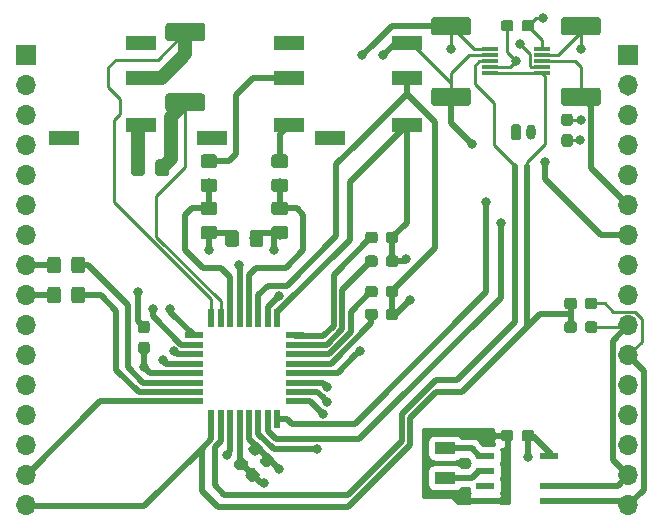
<source format=gbr>
%TF.GenerationSoftware,KiCad,Pcbnew,(5.0.2)-1*%
%TF.CreationDate,2020-07-31T09:38:14+02:00*%
%TF.ProjectId,Multimeter_Watch_Board_V1,4d756c74-696d-4657-9465-725f57617463,rev?*%
%TF.SameCoordinates,Original*%
%TF.FileFunction,Copper,L1,Top*%
%TF.FilePolarity,Positive*%
%FSLAX46Y46*%
G04 Gerber Fmt 4.6, Leading zero omitted, Abs format (unit mm)*
G04 Created by KiCad (PCBNEW (5.0.2)-1) date 31.7.2020 9:38:14*
%MOMM*%
%LPD*%
G01*
G04 APERTURE LIST*
%TA.AperFunction,ComponentPad*%
%ADD10O,1.700000X1.700000*%
%TD*%
%TA.AperFunction,ComponentPad*%
%ADD11R,1.700000X1.700000*%
%TD*%
%TA.AperFunction,Conductor*%
%ADD12C,0.100000*%
%TD*%
%TA.AperFunction,SMDPad,CuDef*%
%ADD13C,0.950000*%
%TD*%
%TA.AperFunction,SMDPad,CuDef*%
%ADD14C,1.150000*%
%TD*%
%TA.AperFunction,SMDPad,CuDef*%
%ADD15R,1.800000X1.000000*%
%TD*%
%TA.AperFunction,SMDPad,CuDef*%
%ADD16R,1.400000X0.300000*%
%TD*%
%TA.AperFunction,SMDPad,CuDef*%
%ADD17R,1.550000X0.600000*%
%TD*%
%TA.AperFunction,SMDPad,CuDef*%
%ADD18C,1.525000*%
%TD*%
%TA.AperFunction,SMDPad,CuDef*%
%ADD19R,2.500000X1.200000*%
%TD*%
%TA.AperFunction,SMDPad,CuDef*%
%ADD20R,1.600000X0.550000*%
%TD*%
%TA.AperFunction,SMDPad,CuDef*%
%ADD21R,0.550000X1.600000*%
%TD*%
%TA.AperFunction,ComponentPad*%
%ADD22O,0.800000X1.300000*%
%TD*%
%TA.AperFunction,ComponentPad*%
%ADD23C,0.800000*%
%TD*%
%TA.AperFunction,ViaPad*%
%ADD24C,0.800000*%
%TD*%
%TA.AperFunction,Conductor*%
%ADD25C,0.500000*%
%TD*%
%TA.AperFunction,Conductor*%
%ADD26C,0.250000*%
%TD*%
%TA.AperFunction,Conductor*%
%ADD27C,1.200000*%
%TD*%
%TA.AperFunction,Conductor*%
%ADD28C,0.254000*%
%TD*%
G04 APERTURE END LIST*
D10*
%TO.P,J4,16*%
%TO.N,/SDA*%
X153000000Y-92100000D03*
%TO.P,J4,15*%
%TO.N,/SCL*%
X153000000Y-89560000D03*
%TO.P,J4,14*%
%TO.N,/PE5*%
X153000000Y-87020000D03*
%TO.P,J4,13*%
%TO.N,/SWC*%
X153000000Y-84480000D03*
%TO.P,J4,12*%
%TO.N,/SWD*%
X153000000Y-81940000D03*
%TO.P,J4,11*%
%TO.N,/SDA*%
X153000000Y-79400000D03*
%TO.P,J4,10*%
%TO.N,/SCL*%
X153000000Y-76860000D03*
%TO.P,J4,9*%
%TO.N,/ADC6*%
X153000000Y-74320000D03*
%TO.P,J4,8*%
%TO.N,/ADC11*%
X153000000Y-71780000D03*
%TO.P,J4,7*%
%TO.N,/ADC3*%
X153000000Y-69240000D03*
%TO.P,J4,6*%
%TO.N,/VCC_HALF*%
X153000000Y-66700000D03*
%TO.P,J4,5*%
%TO.N,/RESET*%
X153000000Y-64160000D03*
%TO.P,J4,4*%
%TO.N,/GND*%
X153000000Y-61620000D03*
%TO.P,J4,3*%
%TO.N,/PB6*%
X153000000Y-59080000D03*
%TO.P,J4,2*%
%TO.N,/PB7*%
X153000000Y-56540000D03*
D11*
%TO.P,J4,1*%
%TO.N,/VCC*%
X153000000Y-54000000D03*
%TD*%
D12*
%TO.N,/RESET*%
%TO.C,R21*%
G36*
X112260779Y-78226143D02*
X112283834Y-78229562D01*
X112306443Y-78235226D01*
X112328387Y-78243078D01*
X112349457Y-78253043D01*
X112369448Y-78265025D01*
X112388168Y-78278909D01*
X112405438Y-78294561D01*
X112421090Y-78311831D01*
X112434974Y-78330551D01*
X112446956Y-78350542D01*
X112456921Y-78371612D01*
X112464773Y-78393556D01*
X112470437Y-78416165D01*
X112473856Y-78439220D01*
X112475000Y-78462499D01*
X112475000Y-79037499D01*
X112473856Y-79060778D01*
X112470437Y-79083833D01*
X112464773Y-79106442D01*
X112456921Y-79128386D01*
X112446956Y-79149456D01*
X112434974Y-79169447D01*
X112421090Y-79188167D01*
X112405438Y-79205437D01*
X112388168Y-79221089D01*
X112369448Y-79234973D01*
X112349457Y-79246955D01*
X112328387Y-79256920D01*
X112306443Y-79264772D01*
X112283834Y-79270436D01*
X112260779Y-79273855D01*
X112237500Y-79274999D01*
X111762500Y-79274999D01*
X111739221Y-79273855D01*
X111716166Y-79270436D01*
X111693557Y-79264772D01*
X111671613Y-79256920D01*
X111650543Y-79246955D01*
X111630552Y-79234973D01*
X111611832Y-79221089D01*
X111594562Y-79205437D01*
X111578910Y-79188167D01*
X111565026Y-79169447D01*
X111553044Y-79149456D01*
X111543079Y-79128386D01*
X111535227Y-79106442D01*
X111529563Y-79083833D01*
X111526144Y-79060778D01*
X111525000Y-79037499D01*
X111525000Y-78462499D01*
X111526144Y-78439220D01*
X111529563Y-78416165D01*
X111535227Y-78393556D01*
X111543079Y-78371612D01*
X111553044Y-78350542D01*
X111565026Y-78330551D01*
X111578910Y-78311831D01*
X111594562Y-78294561D01*
X111611832Y-78278909D01*
X111630552Y-78265025D01*
X111650543Y-78253043D01*
X111671613Y-78243078D01*
X111693557Y-78235226D01*
X111716166Y-78229562D01*
X111739221Y-78226143D01*
X111762500Y-78224999D01*
X112237500Y-78224999D01*
X112260779Y-78226143D01*
X112260779Y-78226143D01*
G37*
D13*
%TD*%
%TO.P,R21,2*%
%TO.N,/RESET*%
X112000000Y-78749999D03*
D12*
%TO.N,/VCC*%
%TO.C,R21*%
G36*
X112260779Y-76476143D02*
X112283834Y-76479562D01*
X112306443Y-76485226D01*
X112328387Y-76493078D01*
X112349457Y-76503043D01*
X112369448Y-76515025D01*
X112388168Y-76528909D01*
X112405438Y-76544561D01*
X112421090Y-76561831D01*
X112434974Y-76580551D01*
X112446956Y-76600542D01*
X112456921Y-76621612D01*
X112464773Y-76643556D01*
X112470437Y-76666165D01*
X112473856Y-76689220D01*
X112475000Y-76712499D01*
X112475000Y-77287499D01*
X112473856Y-77310778D01*
X112470437Y-77333833D01*
X112464773Y-77356442D01*
X112456921Y-77378386D01*
X112446956Y-77399456D01*
X112434974Y-77419447D01*
X112421090Y-77438167D01*
X112405438Y-77455437D01*
X112388168Y-77471089D01*
X112369448Y-77484973D01*
X112349457Y-77496955D01*
X112328387Y-77506920D01*
X112306443Y-77514772D01*
X112283834Y-77520436D01*
X112260779Y-77523855D01*
X112237500Y-77524999D01*
X111762500Y-77524999D01*
X111739221Y-77523855D01*
X111716166Y-77520436D01*
X111693557Y-77514772D01*
X111671613Y-77506920D01*
X111650543Y-77496955D01*
X111630552Y-77484973D01*
X111611832Y-77471089D01*
X111594562Y-77455437D01*
X111578910Y-77438167D01*
X111565026Y-77419447D01*
X111553044Y-77399456D01*
X111543079Y-77378386D01*
X111535227Y-77356442D01*
X111529563Y-77333833D01*
X111526144Y-77310778D01*
X111525000Y-77287499D01*
X111525000Y-76712499D01*
X111526144Y-76689220D01*
X111529563Y-76666165D01*
X111535227Y-76643556D01*
X111543079Y-76621612D01*
X111553044Y-76600542D01*
X111565026Y-76580551D01*
X111578910Y-76561831D01*
X111594562Y-76544561D01*
X111611832Y-76528909D01*
X111630552Y-76515025D01*
X111650543Y-76503043D01*
X111671613Y-76493078D01*
X111693557Y-76485226D01*
X111716166Y-76479562D01*
X111739221Y-76476143D01*
X111762500Y-76474999D01*
X112237500Y-76474999D01*
X112260779Y-76476143D01*
X112260779Y-76476143D01*
G37*
D13*
%TD*%
%TO.P,R21,1*%
%TO.N,/VCC*%
X112000000Y-76999999D03*
D12*
%TO.N,/GND*%
%TO.C,C6*%
G36*
X122489920Y-87675341D02*
X122512975Y-87678760D01*
X122535584Y-87684424D01*
X122557528Y-87692276D01*
X122578598Y-87702241D01*
X122598589Y-87714223D01*
X122617309Y-87728107D01*
X122634579Y-87743759D01*
X122970455Y-88079635D01*
X122986107Y-88096905D01*
X122999991Y-88115625D01*
X123011973Y-88135616D01*
X123021938Y-88156686D01*
X123029790Y-88178630D01*
X123035454Y-88201239D01*
X123038873Y-88224294D01*
X123040017Y-88247573D01*
X123038873Y-88270852D01*
X123035454Y-88293907D01*
X123029790Y-88316516D01*
X123021938Y-88338460D01*
X123011973Y-88359530D01*
X122999991Y-88379521D01*
X122986107Y-88398241D01*
X122970455Y-88415511D01*
X122563869Y-88822097D01*
X122546599Y-88837749D01*
X122527879Y-88851633D01*
X122507888Y-88863615D01*
X122486818Y-88873580D01*
X122464874Y-88881432D01*
X122442265Y-88887096D01*
X122419210Y-88890515D01*
X122395931Y-88891659D01*
X122372652Y-88890515D01*
X122349597Y-88887096D01*
X122326988Y-88881432D01*
X122305044Y-88873580D01*
X122283974Y-88863615D01*
X122263983Y-88851633D01*
X122245263Y-88837749D01*
X122227993Y-88822097D01*
X121892117Y-88486221D01*
X121876465Y-88468951D01*
X121862581Y-88450231D01*
X121850599Y-88430240D01*
X121840634Y-88409170D01*
X121832782Y-88387226D01*
X121827118Y-88364617D01*
X121823699Y-88341562D01*
X121822555Y-88318283D01*
X121823699Y-88295004D01*
X121827118Y-88271949D01*
X121832782Y-88249340D01*
X121840634Y-88227396D01*
X121850599Y-88206326D01*
X121862581Y-88186335D01*
X121876465Y-88167615D01*
X121892117Y-88150345D01*
X122298703Y-87743759D01*
X122315973Y-87728107D01*
X122334693Y-87714223D01*
X122354684Y-87702241D01*
X122375754Y-87692276D01*
X122397698Y-87684424D01*
X122420307Y-87678760D01*
X122443362Y-87675341D01*
X122466641Y-87674197D01*
X122489920Y-87675341D01*
X122489920Y-87675341D01*
G37*
D13*
%TD*%
%TO.P,C6,2*%
%TO.N,/GND*%
X122431286Y-88282928D03*
D12*
%TO.N,/VCC*%
%TO.C,C6*%
G36*
X121252484Y-88912777D02*
X121275539Y-88916196D01*
X121298148Y-88921860D01*
X121320092Y-88929712D01*
X121341162Y-88939677D01*
X121361153Y-88951659D01*
X121379873Y-88965543D01*
X121397143Y-88981195D01*
X121733019Y-89317071D01*
X121748671Y-89334341D01*
X121762555Y-89353061D01*
X121774537Y-89373052D01*
X121784502Y-89394122D01*
X121792354Y-89416066D01*
X121798018Y-89438675D01*
X121801437Y-89461730D01*
X121802581Y-89485009D01*
X121801437Y-89508288D01*
X121798018Y-89531343D01*
X121792354Y-89553952D01*
X121784502Y-89575896D01*
X121774537Y-89596966D01*
X121762555Y-89616957D01*
X121748671Y-89635677D01*
X121733019Y-89652947D01*
X121326433Y-90059533D01*
X121309163Y-90075185D01*
X121290443Y-90089069D01*
X121270452Y-90101051D01*
X121249382Y-90111016D01*
X121227438Y-90118868D01*
X121204829Y-90124532D01*
X121181774Y-90127951D01*
X121158495Y-90129095D01*
X121135216Y-90127951D01*
X121112161Y-90124532D01*
X121089552Y-90118868D01*
X121067608Y-90111016D01*
X121046538Y-90101051D01*
X121026547Y-90089069D01*
X121007827Y-90075185D01*
X120990557Y-90059533D01*
X120654681Y-89723657D01*
X120639029Y-89706387D01*
X120625145Y-89687667D01*
X120613163Y-89667676D01*
X120603198Y-89646606D01*
X120595346Y-89624662D01*
X120589682Y-89602053D01*
X120586263Y-89578998D01*
X120585119Y-89555719D01*
X120586263Y-89532440D01*
X120589682Y-89509385D01*
X120595346Y-89486776D01*
X120603198Y-89464832D01*
X120613163Y-89443762D01*
X120625145Y-89423771D01*
X120639029Y-89405051D01*
X120654681Y-89387781D01*
X121061267Y-88981195D01*
X121078537Y-88965543D01*
X121097257Y-88951659D01*
X121117248Y-88939677D01*
X121138318Y-88929712D01*
X121160262Y-88921860D01*
X121182871Y-88916196D01*
X121205926Y-88912777D01*
X121229205Y-88911633D01*
X121252484Y-88912777D01*
X121252484Y-88912777D01*
G37*
D13*
%TD*%
%TO.P,C6,1*%
%TO.N,/VCC*%
X121193850Y-89520364D03*
D12*
%TO.N,/VCC*%
%TO.C,C7*%
G36*
X148088779Y-58926144D02*
X148111834Y-58929563D01*
X148134443Y-58935227D01*
X148156387Y-58943079D01*
X148177457Y-58953044D01*
X148197448Y-58965026D01*
X148216168Y-58978910D01*
X148233438Y-58994562D01*
X148249090Y-59011832D01*
X148262974Y-59030552D01*
X148274956Y-59050543D01*
X148284921Y-59071613D01*
X148292773Y-59093557D01*
X148298437Y-59116166D01*
X148301856Y-59139221D01*
X148303000Y-59162500D01*
X148303000Y-59737500D01*
X148301856Y-59760779D01*
X148298437Y-59783834D01*
X148292773Y-59806443D01*
X148284921Y-59828387D01*
X148274956Y-59849457D01*
X148262974Y-59869448D01*
X148249090Y-59888168D01*
X148233438Y-59905438D01*
X148216168Y-59921090D01*
X148197448Y-59934974D01*
X148177457Y-59946956D01*
X148156387Y-59956921D01*
X148134443Y-59964773D01*
X148111834Y-59970437D01*
X148088779Y-59973856D01*
X148065500Y-59975000D01*
X147590500Y-59975000D01*
X147567221Y-59973856D01*
X147544166Y-59970437D01*
X147521557Y-59964773D01*
X147499613Y-59956921D01*
X147478543Y-59946956D01*
X147458552Y-59934974D01*
X147439832Y-59921090D01*
X147422562Y-59905438D01*
X147406910Y-59888168D01*
X147393026Y-59869448D01*
X147381044Y-59849457D01*
X147371079Y-59828387D01*
X147363227Y-59806443D01*
X147357563Y-59783834D01*
X147354144Y-59760779D01*
X147353000Y-59737500D01*
X147353000Y-59162500D01*
X147354144Y-59139221D01*
X147357563Y-59116166D01*
X147363227Y-59093557D01*
X147371079Y-59071613D01*
X147381044Y-59050543D01*
X147393026Y-59030552D01*
X147406910Y-59011832D01*
X147422562Y-58994562D01*
X147439832Y-58978910D01*
X147458552Y-58965026D01*
X147478543Y-58953044D01*
X147499613Y-58943079D01*
X147521557Y-58935227D01*
X147544166Y-58929563D01*
X147567221Y-58926144D01*
X147590500Y-58925000D01*
X148065500Y-58925000D01*
X148088779Y-58926144D01*
X148088779Y-58926144D01*
G37*
D13*
%TD*%
%TO.P,C7,1*%
%TO.N,/VCC*%
X147828000Y-59450000D03*
D12*
%TO.N,/GND*%
%TO.C,C7*%
G36*
X148088779Y-60676144D02*
X148111834Y-60679563D01*
X148134443Y-60685227D01*
X148156387Y-60693079D01*
X148177457Y-60703044D01*
X148197448Y-60715026D01*
X148216168Y-60728910D01*
X148233438Y-60744562D01*
X148249090Y-60761832D01*
X148262974Y-60780552D01*
X148274956Y-60800543D01*
X148284921Y-60821613D01*
X148292773Y-60843557D01*
X148298437Y-60866166D01*
X148301856Y-60889221D01*
X148303000Y-60912500D01*
X148303000Y-61487500D01*
X148301856Y-61510779D01*
X148298437Y-61533834D01*
X148292773Y-61556443D01*
X148284921Y-61578387D01*
X148274956Y-61599457D01*
X148262974Y-61619448D01*
X148249090Y-61638168D01*
X148233438Y-61655438D01*
X148216168Y-61671090D01*
X148197448Y-61684974D01*
X148177457Y-61696956D01*
X148156387Y-61706921D01*
X148134443Y-61714773D01*
X148111834Y-61720437D01*
X148088779Y-61723856D01*
X148065500Y-61725000D01*
X147590500Y-61725000D01*
X147567221Y-61723856D01*
X147544166Y-61720437D01*
X147521557Y-61714773D01*
X147499613Y-61706921D01*
X147478543Y-61696956D01*
X147458552Y-61684974D01*
X147439832Y-61671090D01*
X147422562Y-61655438D01*
X147406910Y-61638168D01*
X147393026Y-61619448D01*
X147381044Y-61599457D01*
X147371079Y-61578387D01*
X147363227Y-61556443D01*
X147357563Y-61533834D01*
X147354144Y-61510779D01*
X147353000Y-61487500D01*
X147353000Y-60912500D01*
X147354144Y-60889221D01*
X147357563Y-60866166D01*
X147363227Y-60843557D01*
X147371079Y-60821613D01*
X147381044Y-60800543D01*
X147393026Y-60780552D01*
X147406910Y-60761832D01*
X147422562Y-60744562D01*
X147439832Y-60728910D01*
X147458552Y-60715026D01*
X147478543Y-60703044D01*
X147499613Y-60693079D01*
X147521557Y-60685227D01*
X147544166Y-60679563D01*
X147567221Y-60676144D01*
X147590500Y-60675000D01*
X148065500Y-60675000D01*
X148088779Y-60676144D01*
X148088779Y-60676144D01*
G37*
D13*
%TD*%
%TO.P,C7,2*%
%TO.N,/GND*%
X147828000Y-61200000D03*
D12*
%TO.N,/D1*%
%TO.C,R19*%
G36*
X104734505Y-73596204D02*
X104758773Y-73599804D01*
X104782572Y-73605765D01*
X104805671Y-73614030D01*
X104827850Y-73624520D01*
X104848893Y-73637132D01*
X104868599Y-73651747D01*
X104886777Y-73668223D01*
X104903253Y-73686401D01*
X104917868Y-73706107D01*
X104930480Y-73727150D01*
X104940970Y-73749329D01*
X104949235Y-73772428D01*
X104955196Y-73796227D01*
X104958796Y-73820495D01*
X104960000Y-73844999D01*
X104960000Y-74745001D01*
X104958796Y-74769505D01*
X104955196Y-74793773D01*
X104949235Y-74817572D01*
X104940970Y-74840671D01*
X104930480Y-74862850D01*
X104917868Y-74883893D01*
X104903253Y-74903599D01*
X104886777Y-74921777D01*
X104868599Y-74938253D01*
X104848893Y-74952868D01*
X104827850Y-74965480D01*
X104805671Y-74975970D01*
X104782572Y-74984235D01*
X104758773Y-74990196D01*
X104734505Y-74993796D01*
X104710001Y-74995000D01*
X104059999Y-74995000D01*
X104035495Y-74993796D01*
X104011227Y-74990196D01*
X103987428Y-74984235D01*
X103964329Y-74975970D01*
X103942150Y-74965480D01*
X103921107Y-74952868D01*
X103901401Y-74938253D01*
X103883223Y-74921777D01*
X103866747Y-74903599D01*
X103852132Y-74883893D01*
X103839520Y-74862850D01*
X103829030Y-74840671D01*
X103820765Y-74817572D01*
X103814804Y-74793773D01*
X103811204Y-74769505D01*
X103810000Y-74745001D01*
X103810000Y-73844999D01*
X103811204Y-73820495D01*
X103814804Y-73796227D01*
X103820765Y-73772428D01*
X103829030Y-73749329D01*
X103839520Y-73727150D01*
X103852132Y-73706107D01*
X103866747Y-73686401D01*
X103883223Y-73668223D01*
X103901401Y-73651747D01*
X103921107Y-73637132D01*
X103942150Y-73624520D01*
X103964329Y-73614030D01*
X103987428Y-73605765D01*
X104011227Y-73599804D01*
X104035495Y-73596204D01*
X104059999Y-73595000D01*
X104710001Y-73595000D01*
X104734505Y-73596204D01*
X104734505Y-73596204D01*
G37*
D14*
%TD*%
%TO.P,R19,2*%
%TO.N,/D1*%
X104385000Y-74295000D03*
D12*
%TO.N,Net-(CPU1-Pad31)*%
%TO.C,R19*%
G36*
X106784505Y-73596204D02*
X106808773Y-73599804D01*
X106832572Y-73605765D01*
X106855671Y-73614030D01*
X106877850Y-73624520D01*
X106898893Y-73637132D01*
X106918599Y-73651747D01*
X106936777Y-73668223D01*
X106953253Y-73686401D01*
X106967868Y-73706107D01*
X106980480Y-73727150D01*
X106990970Y-73749329D01*
X106999235Y-73772428D01*
X107005196Y-73796227D01*
X107008796Y-73820495D01*
X107010000Y-73844999D01*
X107010000Y-74745001D01*
X107008796Y-74769505D01*
X107005196Y-74793773D01*
X106999235Y-74817572D01*
X106990970Y-74840671D01*
X106980480Y-74862850D01*
X106967868Y-74883893D01*
X106953253Y-74903599D01*
X106936777Y-74921777D01*
X106918599Y-74938253D01*
X106898893Y-74952868D01*
X106877850Y-74965480D01*
X106855671Y-74975970D01*
X106832572Y-74984235D01*
X106808773Y-74990196D01*
X106784505Y-74993796D01*
X106760001Y-74995000D01*
X106109999Y-74995000D01*
X106085495Y-74993796D01*
X106061227Y-74990196D01*
X106037428Y-74984235D01*
X106014329Y-74975970D01*
X105992150Y-74965480D01*
X105971107Y-74952868D01*
X105951401Y-74938253D01*
X105933223Y-74921777D01*
X105916747Y-74903599D01*
X105902132Y-74883893D01*
X105889520Y-74862850D01*
X105879030Y-74840671D01*
X105870765Y-74817572D01*
X105864804Y-74793773D01*
X105861204Y-74769505D01*
X105860000Y-74745001D01*
X105860000Y-73844999D01*
X105861204Y-73820495D01*
X105864804Y-73796227D01*
X105870765Y-73772428D01*
X105879030Y-73749329D01*
X105889520Y-73727150D01*
X105902132Y-73706107D01*
X105916747Y-73686401D01*
X105933223Y-73668223D01*
X105951401Y-73651747D01*
X105971107Y-73637132D01*
X105992150Y-73624520D01*
X106014329Y-73614030D01*
X106037428Y-73605765D01*
X106061227Y-73599804D01*
X106085495Y-73596204D01*
X106109999Y-73595000D01*
X106760001Y-73595000D01*
X106784505Y-73596204D01*
X106784505Y-73596204D01*
G37*
D14*
%TD*%
%TO.P,R19,1*%
%TO.N,Net-(CPU1-Pad31)*%
X106435000Y-74295000D03*
D12*
%TO.N,Net-(CPU1-Pad30)*%
%TO.C,R20*%
G36*
X106784505Y-71056204D02*
X106808773Y-71059804D01*
X106832572Y-71065765D01*
X106855671Y-71074030D01*
X106877850Y-71084520D01*
X106898893Y-71097132D01*
X106918599Y-71111747D01*
X106936777Y-71128223D01*
X106953253Y-71146401D01*
X106967868Y-71166107D01*
X106980480Y-71187150D01*
X106990970Y-71209329D01*
X106999235Y-71232428D01*
X107005196Y-71256227D01*
X107008796Y-71280495D01*
X107010000Y-71304999D01*
X107010000Y-72205001D01*
X107008796Y-72229505D01*
X107005196Y-72253773D01*
X106999235Y-72277572D01*
X106990970Y-72300671D01*
X106980480Y-72322850D01*
X106967868Y-72343893D01*
X106953253Y-72363599D01*
X106936777Y-72381777D01*
X106918599Y-72398253D01*
X106898893Y-72412868D01*
X106877850Y-72425480D01*
X106855671Y-72435970D01*
X106832572Y-72444235D01*
X106808773Y-72450196D01*
X106784505Y-72453796D01*
X106760001Y-72455000D01*
X106109999Y-72455000D01*
X106085495Y-72453796D01*
X106061227Y-72450196D01*
X106037428Y-72444235D01*
X106014329Y-72435970D01*
X105992150Y-72425480D01*
X105971107Y-72412868D01*
X105951401Y-72398253D01*
X105933223Y-72381777D01*
X105916747Y-72363599D01*
X105902132Y-72343893D01*
X105889520Y-72322850D01*
X105879030Y-72300671D01*
X105870765Y-72277572D01*
X105864804Y-72253773D01*
X105861204Y-72229505D01*
X105860000Y-72205001D01*
X105860000Y-71304999D01*
X105861204Y-71280495D01*
X105864804Y-71256227D01*
X105870765Y-71232428D01*
X105879030Y-71209329D01*
X105889520Y-71187150D01*
X105902132Y-71166107D01*
X105916747Y-71146401D01*
X105933223Y-71128223D01*
X105951401Y-71111747D01*
X105971107Y-71097132D01*
X105992150Y-71084520D01*
X106014329Y-71074030D01*
X106037428Y-71065765D01*
X106061227Y-71059804D01*
X106085495Y-71056204D01*
X106109999Y-71055000D01*
X106760001Y-71055000D01*
X106784505Y-71056204D01*
X106784505Y-71056204D01*
G37*
D14*
%TD*%
%TO.P,R20,1*%
%TO.N,Net-(CPU1-Pad30)*%
X106435000Y-71755000D03*
D12*
%TO.N,/D0*%
%TO.C,R20*%
G36*
X104734505Y-71056204D02*
X104758773Y-71059804D01*
X104782572Y-71065765D01*
X104805671Y-71074030D01*
X104827850Y-71084520D01*
X104848893Y-71097132D01*
X104868599Y-71111747D01*
X104886777Y-71128223D01*
X104903253Y-71146401D01*
X104917868Y-71166107D01*
X104930480Y-71187150D01*
X104940970Y-71209329D01*
X104949235Y-71232428D01*
X104955196Y-71256227D01*
X104958796Y-71280495D01*
X104960000Y-71304999D01*
X104960000Y-72205001D01*
X104958796Y-72229505D01*
X104955196Y-72253773D01*
X104949235Y-72277572D01*
X104940970Y-72300671D01*
X104930480Y-72322850D01*
X104917868Y-72343893D01*
X104903253Y-72363599D01*
X104886777Y-72381777D01*
X104868599Y-72398253D01*
X104848893Y-72412868D01*
X104827850Y-72425480D01*
X104805671Y-72435970D01*
X104782572Y-72444235D01*
X104758773Y-72450196D01*
X104734505Y-72453796D01*
X104710001Y-72455000D01*
X104059999Y-72455000D01*
X104035495Y-72453796D01*
X104011227Y-72450196D01*
X103987428Y-72444235D01*
X103964329Y-72435970D01*
X103942150Y-72425480D01*
X103921107Y-72412868D01*
X103901401Y-72398253D01*
X103883223Y-72381777D01*
X103866747Y-72363599D01*
X103852132Y-72343893D01*
X103839520Y-72322850D01*
X103829030Y-72300671D01*
X103820765Y-72277572D01*
X103814804Y-72253773D01*
X103811204Y-72229505D01*
X103810000Y-72205001D01*
X103810000Y-71304999D01*
X103811204Y-71280495D01*
X103814804Y-71256227D01*
X103820765Y-71232428D01*
X103829030Y-71209329D01*
X103839520Y-71187150D01*
X103852132Y-71166107D01*
X103866747Y-71146401D01*
X103883223Y-71128223D01*
X103901401Y-71111747D01*
X103921107Y-71097132D01*
X103942150Y-71084520D01*
X103964329Y-71074030D01*
X103987428Y-71065765D01*
X104011227Y-71059804D01*
X104035495Y-71056204D01*
X104059999Y-71055000D01*
X104710001Y-71055000D01*
X104734505Y-71056204D01*
X104734505Y-71056204D01*
G37*
D14*
%TD*%
%TO.P,R20,2*%
%TO.N,/D0*%
X104385000Y-71755000D03*
D15*
%TO.P,Y1,2*%
%TO.N,Net-(U1-Pad1)*%
X137500000Y-87250000D03*
%TO.P,Y1,1*%
%TO.N,Net-(U1-Pad2)*%
X137500000Y-89750000D03*
%TD*%
D16*
%TO.P,U2,10*%
%TO.N,/VCC*%
X145700000Y-53500000D03*
%TO.P,U2,9*%
%TO.N,Net-(R16-Pad2)*%
X145700000Y-54000000D03*
%TO.P,U2,8*%
%TO.N,/VCC_HALF*%
X145700000Y-54500000D03*
%TO.P,U2,7*%
%TO.N,Net-(R13-Pad2)*%
X145700000Y-55000000D03*
%TO.P,U2,6*%
%TO.N,/PD3*%
X145700000Y-55500000D03*
%TO.P,U2,5*%
X141300000Y-55500000D03*
%TO.P,U2,4*%
%TO.N,/GND*%
X141300000Y-55000000D03*
%TO.P,U2,3*%
%TO.N,/PD4*%
X141300000Y-54500000D03*
%TO.P,U2,2*%
%TO.N,/ADC3*%
X141300000Y-54000000D03*
%TO.P,U2,1*%
%TO.N,/ADC2*%
X141300000Y-53500000D03*
%TD*%
D17*
%TO.P,U1,8*%
%TO.N,/VCC*%
X146300000Y-87895000D03*
%TO.P,U1,6*%
%TO.N,/SCL*%
X146300000Y-90435000D03*
%TO.P,U1,5*%
%TO.N,/SDA*%
X146300000Y-91705000D03*
%TO.P,U1,4*%
%TO.N,/GND*%
X140900000Y-91705000D03*
%TO.P,U1,3*%
%TO.N,Net-(U1-Pad3)*%
X140900000Y-90435000D03*
%TO.P,U1,2*%
%TO.N,Net-(U1-Pad2)*%
X140900000Y-89165000D03*
%TO.P,U1,1*%
%TO.N,Net-(U1-Pad1)*%
X140900000Y-87895000D03*
%TD*%
D12*
%TO.N,Net-(R16-Pad2)*%
%TO.C,R16*%
G36*
X150449505Y-50751204D02*
X150473773Y-50754804D01*
X150497572Y-50760765D01*
X150520671Y-50769030D01*
X150542850Y-50779520D01*
X150563893Y-50792132D01*
X150583599Y-50806747D01*
X150601777Y-50823223D01*
X150618253Y-50841401D01*
X150632868Y-50861107D01*
X150645480Y-50882150D01*
X150655970Y-50904329D01*
X150664235Y-50927428D01*
X150670196Y-50951227D01*
X150673796Y-50975495D01*
X150675000Y-50999999D01*
X150675000Y-52025001D01*
X150673796Y-52049505D01*
X150670196Y-52073773D01*
X150664235Y-52097572D01*
X150655970Y-52120671D01*
X150645480Y-52142850D01*
X150632868Y-52163893D01*
X150618253Y-52183599D01*
X150601777Y-52201777D01*
X150583599Y-52218253D01*
X150563893Y-52232868D01*
X150542850Y-52245480D01*
X150520671Y-52255970D01*
X150497572Y-52264235D01*
X150473773Y-52270196D01*
X150449505Y-52273796D01*
X150425001Y-52275000D01*
X147574999Y-52275000D01*
X147550495Y-52273796D01*
X147526227Y-52270196D01*
X147502428Y-52264235D01*
X147479329Y-52255970D01*
X147457150Y-52245480D01*
X147436107Y-52232868D01*
X147416401Y-52218253D01*
X147398223Y-52201777D01*
X147381747Y-52183599D01*
X147367132Y-52163893D01*
X147354520Y-52142850D01*
X147344030Y-52120671D01*
X147335765Y-52097572D01*
X147329804Y-52073773D01*
X147326204Y-52049505D01*
X147325000Y-52025001D01*
X147325000Y-50999999D01*
X147326204Y-50975495D01*
X147329804Y-50951227D01*
X147335765Y-50927428D01*
X147344030Y-50904329D01*
X147354520Y-50882150D01*
X147367132Y-50861107D01*
X147381747Y-50841401D01*
X147398223Y-50823223D01*
X147416401Y-50806747D01*
X147436107Y-50792132D01*
X147457150Y-50779520D01*
X147479329Y-50769030D01*
X147502428Y-50760765D01*
X147526227Y-50754804D01*
X147550495Y-50751204D01*
X147574999Y-50750000D01*
X150425001Y-50750000D01*
X150449505Y-50751204D01*
X150449505Y-50751204D01*
G37*
D18*
%TD*%
%TO.P,R16,2*%
%TO.N,Net-(R16-Pad2)*%
X149000000Y-51512500D03*
D12*
%TO.N,/VCC_HALF*%
%TO.C,R16*%
G36*
X150449505Y-56726204D02*
X150473773Y-56729804D01*
X150497572Y-56735765D01*
X150520671Y-56744030D01*
X150542850Y-56754520D01*
X150563893Y-56767132D01*
X150583599Y-56781747D01*
X150601777Y-56798223D01*
X150618253Y-56816401D01*
X150632868Y-56836107D01*
X150645480Y-56857150D01*
X150655970Y-56879329D01*
X150664235Y-56902428D01*
X150670196Y-56926227D01*
X150673796Y-56950495D01*
X150675000Y-56974999D01*
X150675000Y-58000001D01*
X150673796Y-58024505D01*
X150670196Y-58048773D01*
X150664235Y-58072572D01*
X150655970Y-58095671D01*
X150645480Y-58117850D01*
X150632868Y-58138893D01*
X150618253Y-58158599D01*
X150601777Y-58176777D01*
X150583599Y-58193253D01*
X150563893Y-58207868D01*
X150542850Y-58220480D01*
X150520671Y-58230970D01*
X150497572Y-58239235D01*
X150473773Y-58245196D01*
X150449505Y-58248796D01*
X150425001Y-58250000D01*
X147574999Y-58250000D01*
X147550495Y-58248796D01*
X147526227Y-58245196D01*
X147502428Y-58239235D01*
X147479329Y-58230970D01*
X147457150Y-58220480D01*
X147436107Y-58207868D01*
X147416401Y-58193253D01*
X147398223Y-58176777D01*
X147381747Y-58158599D01*
X147367132Y-58138893D01*
X147354520Y-58117850D01*
X147344030Y-58095671D01*
X147335765Y-58072572D01*
X147329804Y-58048773D01*
X147326204Y-58024505D01*
X147325000Y-58000001D01*
X147325000Y-56974999D01*
X147326204Y-56950495D01*
X147329804Y-56926227D01*
X147335765Y-56902428D01*
X147344030Y-56879329D01*
X147354520Y-56857150D01*
X147367132Y-56836107D01*
X147381747Y-56816401D01*
X147398223Y-56798223D01*
X147416401Y-56781747D01*
X147436107Y-56767132D01*
X147457150Y-56754520D01*
X147479329Y-56744030D01*
X147502428Y-56735765D01*
X147526227Y-56729804D01*
X147550495Y-56726204D01*
X147574999Y-56725000D01*
X150425001Y-56725000D01*
X150449505Y-56726204D01*
X150449505Y-56726204D01*
G37*
D18*
%TD*%
%TO.P,R16,1*%
%TO.N,/VCC_HALF*%
X149000000Y-57487500D03*
D12*
%TO.N,/ADC2*%
%TO.C,R15*%
G36*
X139449505Y-50763704D02*
X139473773Y-50767304D01*
X139497572Y-50773265D01*
X139520671Y-50781530D01*
X139542850Y-50792020D01*
X139563893Y-50804632D01*
X139583599Y-50819247D01*
X139601777Y-50835723D01*
X139618253Y-50853901D01*
X139632868Y-50873607D01*
X139645480Y-50894650D01*
X139655970Y-50916829D01*
X139664235Y-50939928D01*
X139670196Y-50963727D01*
X139673796Y-50987995D01*
X139675000Y-51012499D01*
X139675000Y-52037501D01*
X139673796Y-52062005D01*
X139670196Y-52086273D01*
X139664235Y-52110072D01*
X139655970Y-52133171D01*
X139645480Y-52155350D01*
X139632868Y-52176393D01*
X139618253Y-52196099D01*
X139601777Y-52214277D01*
X139583599Y-52230753D01*
X139563893Y-52245368D01*
X139542850Y-52257980D01*
X139520671Y-52268470D01*
X139497572Y-52276735D01*
X139473773Y-52282696D01*
X139449505Y-52286296D01*
X139425001Y-52287500D01*
X136574999Y-52287500D01*
X136550495Y-52286296D01*
X136526227Y-52282696D01*
X136502428Y-52276735D01*
X136479329Y-52268470D01*
X136457150Y-52257980D01*
X136436107Y-52245368D01*
X136416401Y-52230753D01*
X136398223Y-52214277D01*
X136381747Y-52196099D01*
X136367132Y-52176393D01*
X136354520Y-52155350D01*
X136344030Y-52133171D01*
X136335765Y-52110072D01*
X136329804Y-52086273D01*
X136326204Y-52062005D01*
X136325000Y-52037501D01*
X136325000Y-51012499D01*
X136326204Y-50987995D01*
X136329804Y-50963727D01*
X136335765Y-50939928D01*
X136344030Y-50916829D01*
X136354520Y-50894650D01*
X136367132Y-50873607D01*
X136381747Y-50853901D01*
X136398223Y-50835723D01*
X136416401Y-50819247D01*
X136436107Y-50804632D01*
X136457150Y-50792020D01*
X136479329Y-50781530D01*
X136502428Y-50773265D01*
X136526227Y-50767304D01*
X136550495Y-50763704D01*
X136574999Y-50762500D01*
X139425001Y-50762500D01*
X139449505Y-50763704D01*
X139449505Y-50763704D01*
G37*
D18*
%TD*%
%TO.P,R15,2*%
%TO.N,/ADC2*%
X138000000Y-51525000D03*
D12*
%TO.N,/ADC3*%
%TO.C,R15*%
G36*
X139449505Y-56738704D02*
X139473773Y-56742304D01*
X139497572Y-56748265D01*
X139520671Y-56756530D01*
X139542850Y-56767020D01*
X139563893Y-56779632D01*
X139583599Y-56794247D01*
X139601777Y-56810723D01*
X139618253Y-56828901D01*
X139632868Y-56848607D01*
X139645480Y-56869650D01*
X139655970Y-56891829D01*
X139664235Y-56914928D01*
X139670196Y-56938727D01*
X139673796Y-56962995D01*
X139675000Y-56987499D01*
X139675000Y-58012501D01*
X139673796Y-58037005D01*
X139670196Y-58061273D01*
X139664235Y-58085072D01*
X139655970Y-58108171D01*
X139645480Y-58130350D01*
X139632868Y-58151393D01*
X139618253Y-58171099D01*
X139601777Y-58189277D01*
X139583599Y-58205753D01*
X139563893Y-58220368D01*
X139542850Y-58232980D01*
X139520671Y-58243470D01*
X139497572Y-58251735D01*
X139473773Y-58257696D01*
X139449505Y-58261296D01*
X139425001Y-58262500D01*
X136574999Y-58262500D01*
X136550495Y-58261296D01*
X136526227Y-58257696D01*
X136502428Y-58251735D01*
X136479329Y-58243470D01*
X136457150Y-58232980D01*
X136436107Y-58220368D01*
X136416401Y-58205753D01*
X136398223Y-58189277D01*
X136381747Y-58171099D01*
X136367132Y-58151393D01*
X136354520Y-58130350D01*
X136344030Y-58108171D01*
X136335765Y-58085072D01*
X136329804Y-58061273D01*
X136326204Y-58037005D01*
X136325000Y-58012501D01*
X136325000Y-56987499D01*
X136326204Y-56962995D01*
X136329804Y-56938727D01*
X136335765Y-56914928D01*
X136344030Y-56891829D01*
X136354520Y-56869650D01*
X136367132Y-56848607D01*
X136381747Y-56828901D01*
X136398223Y-56810723D01*
X136416401Y-56794247D01*
X136436107Y-56779632D01*
X136457150Y-56767020D01*
X136479329Y-56756530D01*
X136502428Y-56748265D01*
X136526227Y-56742304D01*
X136550495Y-56738704D01*
X136574999Y-56737500D01*
X139425001Y-56737500D01*
X139449505Y-56738704D01*
X139449505Y-56738704D01*
G37*
D18*
%TD*%
%TO.P,R15,1*%
%TO.N,/ADC3*%
X138000000Y-57500000D03*
D12*
%TO.N,/SDA*%
%TO.C,R12*%
G36*
X150185779Y-74526144D02*
X150208834Y-74529563D01*
X150231443Y-74535227D01*
X150253387Y-74543079D01*
X150274457Y-74553044D01*
X150294448Y-74565026D01*
X150313168Y-74578910D01*
X150330438Y-74594562D01*
X150346090Y-74611832D01*
X150359974Y-74630552D01*
X150371956Y-74650543D01*
X150381921Y-74671613D01*
X150389773Y-74693557D01*
X150395437Y-74716166D01*
X150398856Y-74739221D01*
X150400000Y-74762500D01*
X150400000Y-75237500D01*
X150398856Y-75260779D01*
X150395437Y-75283834D01*
X150389773Y-75306443D01*
X150381921Y-75328387D01*
X150371956Y-75349457D01*
X150359974Y-75369448D01*
X150346090Y-75388168D01*
X150330438Y-75405438D01*
X150313168Y-75421090D01*
X150294448Y-75434974D01*
X150274457Y-75446956D01*
X150253387Y-75456921D01*
X150231443Y-75464773D01*
X150208834Y-75470437D01*
X150185779Y-75473856D01*
X150162500Y-75475000D01*
X149587500Y-75475000D01*
X149564221Y-75473856D01*
X149541166Y-75470437D01*
X149518557Y-75464773D01*
X149496613Y-75456921D01*
X149475543Y-75446956D01*
X149455552Y-75434974D01*
X149436832Y-75421090D01*
X149419562Y-75405438D01*
X149403910Y-75388168D01*
X149390026Y-75369448D01*
X149378044Y-75349457D01*
X149368079Y-75328387D01*
X149360227Y-75306443D01*
X149354563Y-75283834D01*
X149351144Y-75260779D01*
X149350000Y-75237500D01*
X149350000Y-74762500D01*
X149351144Y-74739221D01*
X149354563Y-74716166D01*
X149360227Y-74693557D01*
X149368079Y-74671613D01*
X149378044Y-74650543D01*
X149390026Y-74630552D01*
X149403910Y-74611832D01*
X149419562Y-74594562D01*
X149436832Y-74578910D01*
X149455552Y-74565026D01*
X149475543Y-74553044D01*
X149496613Y-74543079D01*
X149518557Y-74535227D01*
X149541166Y-74529563D01*
X149564221Y-74526144D01*
X149587500Y-74525000D01*
X150162500Y-74525000D01*
X150185779Y-74526144D01*
X150185779Y-74526144D01*
G37*
D13*
%TD*%
%TO.P,R12,2*%
%TO.N,/SDA*%
X149875000Y-75000000D03*
D12*
%TO.N,/PD3*%
%TO.C,R12*%
G36*
X148435779Y-74526144D02*
X148458834Y-74529563D01*
X148481443Y-74535227D01*
X148503387Y-74543079D01*
X148524457Y-74553044D01*
X148544448Y-74565026D01*
X148563168Y-74578910D01*
X148580438Y-74594562D01*
X148596090Y-74611832D01*
X148609974Y-74630552D01*
X148621956Y-74650543D01*
X148631921Y-74671613D01*
X148639773Y-74693557D01*
X148645437Y-74716166D01*
X148648856Y-74739221D01*
X148650000Y-74762500D01*
X148650000Y-75237500D01*
X148648856Y-75260779D01*
X148645437Y-75283834D01*
X148639773Y-75306443D01*
X148631921Y-75328387D01*
X148621956Y-75349457D01*
X148609974Y-75369448D01*
X148596090Y-75388168D01*
X148580438Y-75405438D01*
X148563168Y-75421090D01*
X148544448Y-75434974D01*
X148524457Y-75446956D01*
X148503387Y-75456921D01*
X148481443Y-75464773D01*
X148458834Y-75470437D01*
X148435779Y-75473856D01*
X148412500Y-75475000D01*
X147837500Y-75475000D01*
X147814221Y-75473856D01*
X147791166Y-75470437D01*
X147768557Y-75464773D01*
X147746613Y-75456921D01*
X147725543Y-75446956D01*
X147705552Y-75434974D01*
X147686832Y-75421090D01*
X147669562Y-75405438D01*
X147653910Y-75388168D01*
X147640026Y-75369448D01*
X147628044Y-75349457D01*
X147618079Y-75328387D01*
X147610227Y-75306443D01*
X147604563Y-75283834D01*
X147601144Y-75260779D01*
X147600000Y-75237500D01*
X147600000Y-74762500D01*
X147601144Y-74739221D01*
X147604563Y-74716166D01*
X147610227Y-74693557D01*
X147618079Y-74671613D01*
X147628044Y-74650543D01*
X147640026Y-74630552D01*
X147653910Y-74611832D01*
X147669562Y-74594562D01*
X147686832Y-74578910D01*
X147705552Y-74565026D01*
X147725543Y-74553044D01*
X147746613Y-74543079D01*
X147768557Y-74535227D01*
X147791166Y-74529563D01*
X147814221Y-74526144D01*
X147837500Y-74525000D01*
X148412500Y-74525000D01*
X148435779Y-74526144D01*
X148435779Y-74526144D01*
G37*
D13*
%TD*%
%TO.P,R12,1*%
%TO.N,/PD3*%
X148125000Y-75000000D03*
D12*
%TO.N,/SCL*%
%TO.C,R11*%
G36*
X150185779Y-76526144D02*
X150208834Y-76529563D01*
X150231443Y-76535227D01*
X150253387Y-76543079D01*
X150274457Y-76553044D01*
X150294448Y-76565026D01*
X150313168Y-76578910D01*
X150330438Y-76594562D01*
X150346090Y-76611832D01*
X150359974Y-76630552D01*
X150371956Y-76650543D01*
X150381921Y-76671613D01*
X150389773Y-76693557D01*
X150395437Y-76716166D01*
X150398856Y-76739221D01*
X150400000Y-76762500D01*
X150400000Y-77237500D01*
X150398856Y-77260779D01*
X150395437Y-77283834D01*
X150389773Y-77306443D01*
X150381921Y-77328387D01*
X150371956Y-77349457D01*
X150359974Y-77369448D01*
X150346090Y-77388168D01*
X150330438Y-77405438D01*
X150313168Y-77421090D01*
X150294448Y-77434974D01*
X150274457Y-77446956D01*
X150253387Y-77456921D01*
X150231443Y-77464773D01*
X150208834Y-77470437D01*
X150185779Y-77473856D01*
X150162500Y-77475000D01*
X149587500Y-77475000D01*
X149564221Y-77473856D01*
X149541166Y-77470437D01*
X149518557Y-77464773D01*
X149496613Y-77456921D01*
X149475543Y-77446956D01*
X149455552Y-77434974D01*
X149436832Y-77421090D01*
X149419562Y-77405438D01*
X149403910Y-77388168D01*
X149390026Y-77369448D01*
X149378044Y-77349457D01*
X149368079Y-77328387D01*
X149360227Y-77306443D01*
X149354563Y-77283834D01*
X149351144Y-77260779D01*
X149350000Y-77237500D01*
X149350000Y-76762500D01*
X149351144Y-76739221D01*
X149354563Y-76716166D01*
X149360227Y-76693557D01*
X149368079Y-76671613D01*
X149378044Y-76650543D01*
X149390026Y-76630552D01*
X149403910Y-76611832D01*
X149419562Y-76594562D01*
X149436832Y-76578910D01*
X149455552Y-76565026D01*
X149475543Y-76553044D01*
X149496613Y-76543079D01*
X149518557Y-76535227D01*
X149541166Y-76529563D01*
X149564221Y-76526144D01*
X149587500Y-76525000D01*
X150162500Y-76525000D01*
X150185779Y-76526144D01*
X150185779Y-76526144D01*
G37*
D13*
%TD*%
%TO.P,R11,2*%
%TO.N,/SCL*%
X149875000Y-77000000D03*
D12*
%TO.N,/PD3*%
%TO.C,R11*%
G36*
X148435779Y-76526144D02*
X148458834Y-76529563D01*
X148481443Y-76535227D01*
X148503387Y-76543079D01*
X148524457Y-76553044D01*
X148544448Y-76565026D01*
X148563168Y-76578910D01*
X148580438Y-76594562D01*
X148596090Y-76611832D01*
X148609974Y-76630552D01*
X148621956Y-76650543D01*
X148631921Y-76671613D01*
X148639773Y-76693557D01*
X148645437Y-76716166D01*
X148648856Y-76739221D01*
X148650000Y-76762500D01*
X148650000Y-77237500D01*
X148648856Y-77260779D01*
X148645437Y-77283834D01*
X148639773Y-77306443D01*
X148631921Y-77328387D01*
X148621956Y-77349457D01*
X148609974Y-77369448D01*
X148596090Y-77388168D01*
X148580438Y-77405438D01*
X148563168Y-77421090D01*
X148544448Y-77434974D01*
X148524457Y-77446956D01*
X148503387Y-77456921D01*
X148481443Y-77464773D01*
X148458834Y-77470437D01*
X148435779Y-77473856D01*
X148412500Y-77475000D01*
X147837500Y-77475000D01*
X147814221Y-77473856D01*
X147791166Y-77470437D01*
X147768557Y-77464773D01*
X147746613Y-77456921D01*
X147725543Y-77446956D01*
X147705552Y-77434974D01*
X147686832Y-77421090D01*
X147669562Y-77405438D01*
X147653910Y-77388168D01*
X147640026Y-77369448D01*
X147628044Y-77349457D01*
X147618079Y-77328387D01*
X147610227Y-77306443D01*
X147604563Y-77283834D01*
X147601144Y-77260779D01*
X147600000Y-77237500D01*
X147600000Y-76762500D01*
X147601144Y-76739221D01*
X147604563Y-76716166D01*
X147610227Y-76693557D01*
X147618079Y-76671613D01*
X147628044Y-76650543D01*
X147640026Y-76630552D01*
X147653910Y-76611832D01*
X147669562Y-76594562D01*
X147686832Y-76578910D01*
X147705552Y-76565026D01*
X147725543Y-76553044D01*
X147746613Y-76543079D01*
X147768557Y-76535227D01*
X147791166Y-76529563D01*
X147814221Y-76526144D01*
X147837500Y-76525000D01*
X148412500Y-76525000D01*
X148435779Y-76526144D01*
X148435779Y-76526144D01*
G37*
D13*
%TD*%
%TO.P,R11,1*%
%TO.N,/PD3*%
X148125000Y-77000000D03*
D12*
%TO.N,/GND*%
%TO.C,C3*%
G36*
X121500055Y-86685307D02*
X121523110Y-86688726D01*
X121545719Y-86694390D01*
X121567663Y-86702242D01*
X121588733Y-86712207D01*
X121608724Y-86724189D01*
X121627444Y-86738073D01*
X121644714Y-86753725D01*
X121980590Y-87089601D01*
X121996242Y-87106871D01*
X122010126Y-87125591D01*
X122022108Y-87145582D01*
X122032073Y-87166652D01*
X122039925Y-87188596D01*
X122045589Y-87211205D01*
X122049008Y-87234260D01*
X122050152Y-87257539D01*
X122049008Y-87280818D01*
X122045589Y-87303873D01*
X122039925Y-87326482D01*
X122032073Y-87348426D01*
X122022108Y-87369496D01*
X122010126Y-87389487D01*
X121996242Y-87408207D01*
X121980590Y-87425477D01*
X121574004Y-87832063D01*
X121556734Y-87847715D01*
X121538014Y-87861599D01*
X121518023Y-87873581D01*
X121496953Y-87883546D01*
X121475009Y-87891398D01*
X121452400Y-87897062D01*
X121429345Y-87900481D01*
X121406066Y-87901625D01*
X121382787Y-87900481D01*
X121359732Y-87897062D01*
X121337123Y-87891398D01*
X121315179Y-87883546D01*
X121294109Y-87873581D01*
X121274118Y-87861599D01*
X121255398Y-87847715D01*
X121238128Y-87832063D01*
X120902252Y-87496187D01*
X120886600Y-87478917D01*
X120872716Y-87460197D01*
X120860734Y-87440206D01*
X120850769Y-87419136D01*
X120842917Y-87397192D01*
X120837253Y-87374583D01*
X120833834Y-87351528D01*
X120832690Y-87328249D01*
X120833834Y-87304970D01*
X120837253Y-87281915D01*
X120842917Y-87259306D01*
X120850769Y-87237362D01*
X120860734Y-87216292D01*
X120872716Y-87196301D01*
X120886600Y-87177581D01*
X120902252Y-87160311D01*
X121308838Y-86753725D01*
X121326108Y-86738073D01*
X121344828Y-86724189D01*
X121364819Y-86712207D01*
X121385889Y-86702242D01*
X121407833Y-86694390D01*
X121430442Y-86688726D01*
X121453497Y-86685307D01*
X121476776Y-86684163D01*
X121500055Y-86685307D01*
X121500055Y-86685307D01*
G37*
D13*
%TD*%
%TO.P,C3,2*%
%TO.N,/GND*%
X121441421Y-87292894D03*
D12*
%TO.N,/VCC*%
%TO.C,C3*%
G36*
X120262619Y-87922743D02*
X120285674Y-87926162D01*
X120308283Y-87931826D01*
X120330227Y-87939678D01*
X120351297Y-87949643D01*
X120371288Y-87961625D01*
X120390008Y-87975509D01*
X120407278Y-87991161D01*
X120743154Y-88327037D01*
X120758806Y-88344307D01*
X120772690Y-88363027D01*
X120784672Y-88383018D01*
X120794637Y-88404088D01*
X120802489Y-88426032D01*
X120808153Y-88448641D01*
X120811572Y-88471696D01*
X120812716Y-88494975D01*
X120811572Y-88518254D01*
X120808153Y-88541309D01*
X120802489Y-88563918D01*
X120794637Y-88585862D01*
X120784672Y-88606932D01*
X120772690Y-88626923D01*
X120758806Y-88645643D01*
X120743154Y-88662913D01*
X120336568Y-89069499D01*
X120319298Y-89085151D01*
X120300578Y-89099035D01*
X120280587Y-89111017D01*
X120259517Y-89120982D01*
X120237573Y-89128834D01*
X120214964Y-89134498D01*
X120191909Y-89137917D01*
X120168630Y-89139061D01*
X120145351Y-89137917D01*
X120122296Y-89134498D01*
X120099687Y-89128834D01*
X120077743Y-89120982D01*
X120056673Y-89111017D01*
X120036682Y-89099035D01*
X120017962Y-89085151D01*
X120000692Y-89069499D01*
X119664816Y-88733623D01*
X119649164Y-88716353D01*
X119635280Y-88697633D01*
X119623298Y-88677642D01*
X119613333Y-88656572D01*
X119605481Y-88634628D01*
X119599817Y-88612019D01*
X119596398Y-88588964D01*
X119595254Y-88565685D01*
X119596398Y-88542406D01*
X119599817Y-88519351D01*
X119605481Y-88496742D01*
X119613333Y-88474798D01*
X119623298Y-88453728D01*
X119635280Y-88433737D01*
X119649164Y-88415017D01*
X119664816Y-88397747D01*
X120071402Y-87991161D01*
X120088672Y-87975509D01*
X120107392Y-87961625D01*
X120127383Y-87949643D01*
X120148453Y-87939678D01*
X120170397Y-87931826D01*
X120193006Y-87926162D01*
X120216061Y-87922743D01*
X120239340Y-87921599D01*
X120262619Y-87922743D01*
X120262619Y-87922743D01*
G37*
D13*
%TD*%
%TO.P,C3,1*%
%TO.N,/VCC*%
X120203985Y-88530330D03*
D12*
%TO.N,/GND*%
%TO.C,C2*%
G36*
X143060780Y-51026144D02*
X143083835Y-51029563D01*
X143106444Y-51035227D01*
X143128388Y-51043079D01*
X143149458Y-51053044D01*
X143169449Y-51065026D01*
X143188169Y-51078910D01*
X143205439Y-51094562D01*
X143221091Y-51111832D01*
X143234975Y-51130552D01*
X143246957Y-51150543D01*
X143256922Y-51171613D01*
X143264774Y-51193557D01*
X143270438Y-51216166D01*
X143273857Y-51239221D01*
X143275001Y-51262500D01*
X143275001Y-51737500D01*
X143273857Y-51760779D01*
X143270438Y-51783834D01*
X143264774Y-51806443D01*
X143256922Y-51828387D01*
X143246957Y-51849457D01*
X143234975Y-51869448D01*
X143221091Y-51888168D01*
X143205439Y-51905438D01*
X143188169Y-51921090D01*
X143169449Y-51934974D01*
X143149458Y-51946956D01*
X143128388Y-51956921D01*
X143106444Y-51964773D01*
X143083835Y-51970437D01*
X143060780Y-51973856D01*
X143037501Y-51975000D01*
X142462501Y-51975000D01*
X142439222Y-51973856D01*
X142416167Y-51970437D01*
X142393558Y-51964773D01*
X142371614Y-51956921D01*
X142350544Y-51946956D01*
X142330553Y-51934974D01*
X142311833Y-51921090D01*
X142294563Y-51905438D01*
X142278911Y-51888168D01*
X142265027Y-51869448D01*
X142253045Y-51849457D01*
X142243080Y-51828387D01*
X142235228Y-51806443D01*
X142229564Y-51783834D01*
X142226145Y-51760779D01*
X142225001Y-51737500D01*
X142225001Y-51262500D01*
X142226145Y-51239221D01*
X142229564Y-51216166D01*
X142235228Y-51193557D01*
X142243080Y-51171613D01*
X142253045Y-51150543D01*
X142265027Y-51130552D01*
X142278911Y-51111832D01*
X142294563Y-51094562D01*
X142311833Y-51078910D01*
X142330553Y-51065026D01*
X142350544Y-51053044D01*
X142371614Y-51043079D01*
X142393558Y-51035227D01*
X142416167Y-51029563D01*
X142439222Y-51026144D01*
X142462501Y-51025000D01*
X143037501Y-51025000D01*
X143060780Y-51026144D01*
X143060780Y-51026144D01*
G37*
D13*
%TD*%
%TO.P,C2,2*%
%TO.N,/GND*%
X142750001Y-51500000D03*
D12*
%TO.N,/VCC*%
%TO.C,C2*%
G36*
X144810780Y-51026144D02*
X144833835Y-51029563D01*
X144856444Y-51035227D01*
X144878388Y-51043079D01*
X144899458Y-51053044D01*
X144919449Y-51065026D01*
X144938169Y-51078910D01*
X144955439Y-51094562D01*
X144971091Y-51111832D01*
X144984975Y-51130552D01*
X144996957Y-51150543D01*
X145006922Y-51171613D01*
X145014774Y-51193557D01*
X145020438Y-51216166D01*
X145023857Y-51239221D01*
X145025001Y-51262500D01*
X145025001Y-51737500D01*
X145023857Y-51760779D01*
X145020438Y-51783834D01*
X145014774Y-51806443D01*
X145006922Y-51828387D01*
X144996957Y-51849457D01*
X144984975Y-51869448D01*
X144971091Y-51888168D01*
X144955439Y-51905438D01*
X144938169Y-51921090D01*
X144919449Y-51934974D01*
X144899458Y-51946956D01*
X144878388Y-51956921D01*
X144856444Y-51964773D01*
X144833835Y-51970437D01*
X144810780Y-51973856D01*
X144787501Y-51975000D01*
X144212501Y-51975000D01*
X144189222Y-51973856D01*
X144166167Y-51970437D01*
X144143558Y-51964773D01*
X144121614Y-51956921D01*
X144100544Y-51946956D01*
X144080553Y-51934974D01*
X144061833Y-51921090D01*
X144044563Y-51905438D01*
X144028911Y-51888168D01*
X144015027Y-51869448D01*
X144003045Y-51849457D01*
X143993080Y-51828387D01*
X143985228Y-51806443D01*
X143979564Y-51783834D01*
X143976145Y-51760779D01*
X143975001Y-51737500D01*
X143975001Y-51262500D01*
X143976145Y-51239221D01*
X143979564Y-51216166D01*
X143985228Y-51193557D01*
X143993080Y-51171613D01*
X144003045Y-51150543D01*
X144015027Y-51130552D01*
X144028911Y-51111832D01*
X144044563Y-51094562D01*
X144061833Y-51078910D01*
X144080553Y-51065026D01*
X144100544Y-51053044D01*
X144121614Y-51043079D01*
X144143558Y-51035227D01*
X144166167Y-51029563D01*
X144189222Y-51026144D01*
X144212501Y-51025000D01*
X144787501Y-51025000D01*
X144810780Y-51026144D01*
X144810780Y-51026144D01*
G37*
D13*
%TD*%
%TO.P,C2,1*%
%TO.N,/VCC*%
X144500001Y-51500000D03*
D12*
%TO.N,/VCC*%
%TO.C,C1*%
G36*
X144810779Y-85726144D02*
X144833834Y-85729563D01*
X144856443Y-85735227D01*
X144878387Y-85743079D01*
X144899457Y-85753044D01*
X144919448Y-85765026D01*
X144938168Y-85778910D01*
X144955438Y-85794562D01*
X144971090Y-85811832D01*
X144984974Y-85830552D01*
X144996956Y-85850543D01*
X145006921Y-85871613D01*
X145014773Y-85893557D01*
X145020437Y-85916166D01*
X145023856Y-85939221D01*
X145025000Y-85962500D01*
X145025000Y-86437500D01*
X145023856Y-86460779D01*
X145020437Y-86483834D01*
X145014773Y-86506443D01*
X145006921Y-86528387D01*
X144996956Y-86549457D01*
X144984974Y-86569448D01*
X144971090Y-86588168D01*
X144955438Y-86605438D01*
X144938168Y-86621090D01*
X144919448Y-86634974D01*
X144899457Y-86646956D01*
X144878387Y-86656921D01*
X144856443Y-86664773D01*
X144833834Y-86670437D01*
X144810779Y-86673856D01*
X144787500Y-86675000D01*
X144212500Y-86675000D01*
X144189221Y-86673856D01*
X144166166Y-86670437D01*
X144143557Y-86664773D01*
X144121613Y-86656921D01*
X144100543Y-86646956D01*
X144080552Y-86634974D01*
X144061832Y-86621090D01*
X144044562Y-86605438D01*
X144028910Y-86588168D01*
X144015026Y-86569448D01*
X144003044Y-86549457D01*
X143993079Y-86528387D01*
X143985227Y-86506443D01*
X143979563Y-86483834D01*
X143976144Y-86460779D01*
X143975000Y-86437500D01*
X143975000Y-85962500D01*
X143976144Y-85939221D01*
X143979563Y-85916166D01*
X143985227Y-85893557D01*
X143993079Y-85871613D01*
X144003044Y-85850543D01*
X144015026Y-85830552D01*
X144028910Y-85811832D01*
X144044562Y-85794562D01*
X144061832Y-85778910D01*
X144080552Y-85765026D01*
X144100543Y-85753044D01*
X144121613Y-85743079D01*
X144143557Y-85735227D01*
X144166166Y-85729563D01*
X144189221Y-85726144D01*
X144212500Y-85725000D01*
X144787500Y-85725000D01*
X144810779Y-85726144D01*
X144810779Y-85726144D01*
G37*
D13*
%TD*%
%TO.P,C1,2*%
%TO.N,/VCC*%
X144500000Y-86200000D03*
D12*
%TO.N,/GND*%
%TO.C,C1*%
G36*
X143060779Y-85726144D02*
X143083834Y-85729563D01*
X143106443Y-85735227D01*
X143128387Y-85743079D01*
X143149457Y-85753044D01*
X143169448Y-85765026D01*
X143188168Y-85778910D01*
X143205438Y-85794562D01*
X143221090Y-85811832D01*
X143234974Y-85830552D01*
X143246956Y-85850543D01*
X143256921Y-85871613D01*
X143264773Y-85893557D01*
X143270437Y-85916166D01*
X143273856Y-85939221D01*
X143275000Y-85962500D01*
X143275000Y-86437500D01*
X143273856Y-86460779D01*
X143270437Y-86483834D01*
X143264773Y-86506443D01*
X143256921Y-86528387D01*
X143246956Y-86549457D01*
X143234974Y-86569448D01*
X143221090Y-86588168D01*
X143205438Y-86605438D01*
X143188168Y-86621090D01*
X143169448Y-86634974D01*
X143149457Y-86646956D01*
X143128387Y-86656921D01*
X143106443Y-86664773D01*
X143083834Y-86670437D01*
X143060779Y-86673856D01*
X143037500Y-86675000D01*
X142462500Y-86675000D01*
X142439221Y-86673856D01*
X142416166Y-86670437D01*
X142393557Y-86664773D01*
X142371613Y-86656921D01*
X142350543Y-86646956D01*
X142330552Y-86634974D01*
X142311832Y-86621090D01*
X142294562Y-86605438D01*
X142278910Y-86588168D01*
X142265026Y-86569448D01*
X142253044Y-86549457D01*
X142243079Y-86528387D01*
X142235227Y-86506443D01*
X142229563Y-86483834D01*
X142226144Y-86460779D01*
X142225000Y-86437500D01*
X142225000Y-85962500D01*
X142226144Y-85939221D01*
X142229563Y-85916166D01*
X142235227Y-85893557D01*
X142243079Y-85871613D01*
X142253044Y-85850543D01*
X142265026Y-85830552D01*
X142278910Y-85811832D01*
X142294562Y-85794562D01*
X142311832Y-85778910D01*
X142330552Y-85765026D01*
X142350543Y-85753044D01*
X142371613Y-85743079D01*
X142393557Y-85735227D01*
X142416166Y-85729563D01*
X142439221Y-85726144D01*
X142462500Y-85725000D01*
X143037500Y-85725000D01*
X143060779Y-85726144D01*
X143060779Y-85726144D01*
G37*
D13*
%TD*%
%TO.P,C1,1*%
%TO.N,/GND*%
X142750000Y-86200000D03*
D19*
%TO.P,J2,2*%
%TO.N,Net-(J2-Pad2)*%
X111750000Y-52925000D03*
%TO.P,J2,3*%
%TO.N,/ADC1*%
X111750000Y-55925000D03*
%TO.P,J2,4*%
%TO.N,Net-(F1-Pad1)*%
X111750000Y-59925000D03*
%TO.P,J2,5*%
%TO.N,Net-(J2-Pad5)*%
X105250000Y-61025000D03*
%TD*%
D20*
%TO.P,CPU1,32*%
%TO.N,/PD2*%
X116250000Y-83300000D03*
%TO.P,CPU1,31*%
%TO.N,Net-(CPU1-Pad31)*%
X116250000Y-82500000D03*
%TO.P,CPU1,30*%
%TO.N,Net-(CPU1-Pad30)*%
X116250000Y-81700000D03*
%TO.P,CPU1,29*%
%TO.N,/RESET*%
X116250000Y-80900000D03*
%TO.P,CPU1,28*%
%TO.N,/SDA*%
X116250000Y-80100000D03*
%TO.P,CPU1,27*%
%TO.N,/SCL*%
X116250000Y-79300000D03*
%TO.P,CPU1,26*%
%TO.N,/ADC3*%
X116250000Y-78500000D03*
%TO.P,CPU1,25*%
%TO.N,/ADC2*%
X116250000Y-77700000D03*
D21*
%TO.P,CPU1,24*%
%TO.N,/ADC1*%
X117700000Y-76250000D03*
%TO.P,CPU1,23*%
%TO.N,/ADC0*%
X118500000Y-76250000D03*
%TO.P,CPU1,22*%
%TO.N,/ADC7*%
X119300000Y-76250000D03*
%TO.P,CPU1,21*%
%TO.N,/SWD*%
X120100000Y-76250000D03*
%TO.P,CPU1,20*%
%TO.N,/ADC10*%
X120900000Y-76250000D03*
%TO.P,CPU1,19*%
%TO.N,/ADC6*%
X121700000Y-76250000D03*
%TO.P,CPU1,18*%
%TO.N,/SWC*%
X122500000Y-76250000D03*
%TO.P,CPU1,17*%
%TO.N,/ADC11*%
X123300000Y-76250000D03*
D20*
%TO.P,CPU1,16*%
%TO.N,/PB4*%
X124750000Y-77700000D03*
%TO.P,CPU1,15*%
%TO.N,/PB3*%
X124750000Y-78500000D03*
%TO.P,CPU1,14*%
%TO.N,/PB2*%
X124750000Y-79300000D03*
%TO.P,CPU1,13*%
%TO.N,/PB1*%
X124750000Y-80100000D03*
%TO.P,CPU1,12*%
%TO.N,/PB0*%
X124750000Y-80900000D03*
%TO.P,CPU1,11*%
%TO.N,/PD7*%
X124750000Y-81700000D03*
%TO.P,CPU1,10*%
%TO.N,/PD6*%
X124750000Y-82500000D03*
%TO.P,CPU1,9*%
%TO.N,/PD5*%
X124750000Y-83300000D03*
D21*
%TO.P,CPU1,8*%
%TO.N,/PB7*%
X123300000Y-84750000D03*
%TO.P,CPU1,7*%
%TO.N,/PB6*%
X122500000Y-84750000D03*
%TO.P,CPU1,6*%
%TO.N,/PE5*%
X121700000Y-84750000D03*
%TO.P,CPU1,5*%
%TO.N,/GND*%
X120900000Y-84750000D03*
%TO.P,CPU1,4*%
%TO.N,/VCC*%
X120100000Y-84750000D03*
%TO.P,CPU1,3*%
%TO.N,/PE4*%
X119300000Y-84750000D03*
%TO.P,CPU1,2*%
%TO.N,/PD4*%
X118500000Y-84750000D03*
%TO.P,CPU1,1*%
%TO.N,/PD3*%
X117700000Y-84750000D03*
%TD*%
D22*
%TO.P,BT1,2*%
%TO.N,/GND*%
X144750000Y-60500000D03*
D12*
%TD*%
%TO.N,/VCC*%
%TO.C,BT1*%
G36*
X143719603Y-59850963D02*
X143739018Y-59853843D01*
X143758057Y-59858612D01*
X143776537Y-59865224D01*
X143794279Y-59873616D01*
X143811114Y-59883706D01*
X143826879Y-59895398D01*
X143841421Y-59908579D01*
X143854602Y-59923121D01*
X143866294Y-59938886D01*
X143876384Y-59955721D01*
X143884776Y-59973463D01*
X143891388Y-59991943D01*
X143896157Y-60010982D01*
X143899037Y-60030397D01*
X143900000Y-60050000D01*
X143900000Y-60950000D01*
X143899037Y-60969603D01*
X143896157Y-60989018D01*
X143891388Y-61008057D01*
X143884776Y-61026537D01*
X143876384Y-61044279D01*
X143866294Y-61061114D01*
X143854602Y-61076879D01*
X143841421Y-61091421D01*
X143826879Y-61104602D01*
X143811114Y-61116294D01*
X143794279Y-61126384D01*
X143776537Y-61134776D01*
X143758057Y-61141388D01*
X143739018Y-61146157D01*
X143719603Y-61149037D01*
X143700000Y-61150000D01*
X143300000Y-61150000D01*
X143280397Y-61149037D01*
X143260982Y-61146157D01*
X143241943Y-61141388D01*
X143223463Y-61134776D01*
X143205721Y-61126384D01*
X143188886Y-61116294D01*
X143173121Y-61104602D01*
X143158579Y-61091421D01*
X143145398Y-61076879D01*
X143133706Y-61061114D01*
X143123616Y-61044279D01*
X143115224Y-61026537D01*
X143108612Y-61008057D01*
X143103843Y-60989018D01*
X143100963Y-60969603D01*
X143100000Y-60950000D01*
X143100000Y-60050000D01*
X143100963Y-60030397D01*
X143103843Y-60010982D01*
X143108612Y-59991943D01*
X143115224Y-59973463D01*
X143123616Y-59955721D01*
X143133706Y-59938886D01*
X143145398Y-59923121D01*
X143158579Y-59908579D01*
X143173121Y-59895398D01*
X143188886Y-59883706D01*
X143205721Y-59873616D01*
X143223463Y-59865224D01*
X143241943Y-59858612D01*
X143260982Y-59853843D01*
X143280397Y-59850963D01*
X143300000Y-59850000D01*
X143700000Y-59850000D01*
X143719603Y-59850963D01*
X143719603Y-59850963D01*
G37*
D23*
%TO.P,BT1,1*%
%TO.N,/VCC*%
X143500000Y-60500000D03*
%TD*%
D12*
%TO.N,/PB2*%
%TO.C,R10*%
G36*
X131571819Y-73515737D02*
X131594874Y-73519156D01*
X131617483Y-73524820D01*
X131639427Y-73532672D01*
X131660497Y-73542637D01*
X131680488Y-73554619D01*
X131699208Y-73568503D01*
X131716478Y-73584155D01*
X131732130Y-73601425D01*
X131746014Y-73620145D01*
X131757996Y-73640136D01*
X131767961Y-73661206D01*
X131775813Y-73683150D01*
X131781477Y-73705759D01*
X131784896Y-73728814D01*
X131786040Y-73752093D01*
X131786040Y-74227093D01*
X131784896Y-74250372D01*
X131781477Y-74273427D01*
X131775813Y-74296036D01*
X131767961Y-74317980D01*
X131757996Y-74339050D01*
X131746014Y-74359041D01*
X131732130Y-74377761D01*
X131716478Y-74395031D01*
X131699208Y-74410683D01*
X131680488Y-74424567D01*
X131660497Y-74436549D01*
X131639427Y-74446514D01*
X131617483Y-74454366D01*
X131594874Y-74460030D01*
X131571819Y-74463449D01*
X131548540Y-74464593D01*
X130973540Y-74464593D01*
X130950261Y-74463449D01*
X130927206Y-74460030D01*
X130904597Y-74454366D01*
X130882653Y-74446514D01*
X130861583Y-74436549D01*
X130841592Y-74424567D01*
X130822872Y-74410683D01*
X130805602Y-74395031D01*
X130789950Y-74377761D01*
X130776066Y-74359041D01*
X130764084Y-74339050D01*
X130754119Y-74317980D01*
X130746267Y-74296036D01*
X130740603Y-74273427D01*
X130737184Y-74250372D01*
X130736040Y-74227093D01*
X130736040Y-73752093D01*
X130737184Y-73728814D01*
X130740603Y-73705759D01*
X130746267Y-73683150D01*
X130754119Y-73661206D01*
X130764084Y-73640136D01*
X130776066Y-73620145D01*
X130789950Y-73601425D01*
X130805602Y-73584155D01*
X130822872Y-73568503D01*
X130841592Y-73554619D01*
X130861583Y-73542637D01*
X130882653Y-73532672D01*
X130904597Y-73524820D01*
X130927206Y-73519156D01*
X130950261Y-73515737D01*
X130973540Y-73514593D01*
X131548540Y-73514593D01*
X131571819Y-73515737D01*
X131571819Y-73515737D01*
G37*
D13*
%TD*%
%TO.P,R10,2*%
%TO.N,/PB2*%
X131261040Y-73989593D03*
D12*
%TO.N,/ADC6*%
%TO.C,R10*%
G36*
X133321819Y-73515737D02*
X133344874Y-73519156D01*
X133367483Y-73524820D01*
X133389427Y-73532672D01*
X133410497Y-73542637D01*
X133430488Y-73554619D01*
X133449208Y-73568503D01*
X133466478Y-73584155D01*
X133482130Y-73601425D01*
X133496014Y-73620145D01*
X133507996Y-73640136D01*
X133517961Y-73661206D01*
X133525813Y-73683150D01*
X133531477Y-73705759D01*
X133534896Y-73728814D01*
X133536040Y-73752093D01*
X133536040Y-74227093D01*
X133534896Y-74250372D01*
X133531477Y-74273427D01*
X133525813Y-74296036D01*
X133517961Y-74317980D01*
X133507996Y-74339050D01*
X133496014Y-74359041D01*
X133482130Y-74377761D01*
X133466478Y-74395031D01*
X133449208Y-74410683D01*
X133430488Y-74424567D01*
X133410497Y-74436549D01*
X133389427Y-74446514D01*
X133367483Y-74454366D01*
X133344874Y-74460030D01*
X133321819Y-74463449D01*
X133298540Y-74464593D01*
X132723540Y-74464593D01*
X132700261Y-74463449D01*
X132677206Y-74460030D01*
X132654597Y-74454366D01*
X132632653Y-74446514D01*
X132611583Y-74436549D01*
X132591592Y-74424567D01*
X132572872Y-74410683D01*
X132555602Y-74395031D01*
X132539950Y-74377761D01*
X132526066Y-74359041D01*
X132514084Y-74339050D01*
X132504119Y-74317980D01*
X132496267Y-74296036D01*
X132490603Y-74273427D01*
X132487184Y-74250372D01*
X132486040Y-74227093D01*
X132486040Y-73752093D01*
X132487184Y-73728814D01*
X132490603Y-73705759D01*
X132496267Y-73683150D01*
X132504119Y-73661206D01*
X132514084Y-73640136D01*
X132526066Y-73620145D01*
X132539950Y-73601425D01*
X132555602Y-73584155D01*
X132572872Y-73568503D01*
X132591592Y-73554619D01*
X132611583Y-73542637D01*
X132632653Y-73532672D01*
X132654597Y-73524820D01*
X132677206Y-73519156D01*
X132700261Y-73515737D01*
X132723540Y-73514593D01*
X133298540Y-73514593D01*
X133321819Y-73515737D01*
X133321819Y-73515737D01*
G37*
D13*
%TD*%
%TO.P,R10,1*%
%TO.N,/ADC6*%
X133011040Y-73989593D03*
D12*
%TO.N,/PB1*%
%TO.C,R9*%
G36*
X131571818Y-75440357D02*
X131594873Y-75443776D01*
X131617482Y-75449440D01*
X131639426Y-75457292D01*
X131660496Y-75467257D01*
X131680487Y-75479239D01*
X131699207Y-75493123D01*
X131716477Y-75508775D01*
X131732129Y-75526045D01*
X131746013Y-75544765D01*
X131757995Y-75564756D01*
X131767960Y-75585826D01*
X131775812Y-75607770D01*
X131781476Y-75630379D01*
X131784895Y-75653434D01*
X131786039Y-75676713D01*
X131786039Y-76151713D01*
X131784895Y-76174992D01*
X131781476Y-76198047D01*
X131775812Y-76220656D01*
X131767960Y-76242600D01*
X131757995Y-76263670D01*
X131746013Y-76283661D01*
X131732129Y-76302381D01*
X131716477Y-76319651D01*
X131699207Y-76335303D01*
X131680487Y-76349187D01*
X131660496Y-76361169D01*
X131639426Y-76371134D01*
X131617482Y-76378986D01*
X131594873Y-76384650D01*
X131571818Y-76388069D01*
X131548539Y-76389213D01*
X130973539Y-76389213D01*
X130950260Y-76388069D01*
X130927205Y-76384650D01*
X130904596Y-76378986D01*
X130882652Y-76371134D01*
X130861582Y-76361169D01*
X130841591Y-76349187D01*
X130822871Y-76335303D01*
X130805601Y-76319651D01*
X130789949Y-76302381D01*
X130776065Y-76283661D01*
X130764083Y-76263670D01*
X130754118Y-76242600D01*
X130746266Y-76220656D01*
X130740602Y-76198047D01*
X130737183Y-76174992D01*
X130736039Y-76151713D01*
X130736039Y-75676713D01*
X130737183Y-75653434D01*
X130740602Y-75630379D01*
X130746266Y-75607770D01*
X130754118Y-75585826D01*
X130764083Y-75564756D01*
X130776065Y-75544765D01*
X130789949Y-75526045D01*
X130805601Y-75508775D01*
X130822871Y-75493123D01*
X130841591Y-75479239D01*
X130861582Y-75467257D01*
X130882652Y-75457292D01*
X130904596Y-75449440D01*
X130927205Y-75443776D01*
X130950260Y-75440357D01*
X130973539Y-75439213D01*
X131548539Y-75439213D01*
X131571818Y-75440357D01*
X131571818Y-75440357D01*
G37*
D13*
%TD*%
%TO.P,R9,2*%
%TO.N,/PB1*%
X131261039Y-75914213D03*
D12*
%TO.N,/ADC6*%
%TO.C,R9*%
G36*
X133321818Y-75440357D02*
X133344873Y-75443776D01*
X133367482Y-75449440D01*
X133389426Y-75457292D01*
X133410496Y-75467257D01*
X133430487Y-75479239D01*
X133449207Y-75493123D01*
X133466477Y-75508775D01*
X133482129Y-75526045D01*
X133496013Y-75544765D01*
X133507995Y-75564756D01*
X133517960Y-75585826D01*
X133525812Y-75607770D01*
X133531476Y-75630379D01*
X133534895Y-75653434D01*
X133536039Y-75676713D01*
X133536039Y-76151713D01*
X133534895Y-76174992D01*
X133531476Y-76198047D01*
X133525812Y-76220656D01*
X133517960Y-76242600D01*
X133507995Y-76263670D01*
X133496013Y-76283661D01*
X133482129Y-76302381D01*
X133466477Y-76319651D01*
X133449207Y-76335303D01*
X133430487Y-76349187D01*
X133410496Y-76361169D01*
X133389426Y-76371134D01*
X133367482Y-76378986D01*
X133344873Y-76384650D01*
X133321818Y-76388069D01*
X133298539Y-76389213D01*
X132723539Y-76389213D01*
X132700260Y-76388069D01*
X132677205Y-76384650D01*
X132654596Y-76378986D01*
X132632652Y-76371134D01*
X132611582Y-76361169D01*
X132591591Y-76349187D01*
X132572871Y-76335303D01*
X132555601Y-76319651D01*
X132539949Y-76302381D01*
X132526065Y-76283661D01*
X132514083Y-76263670D01*
X132504118Y-76242600D01*
X132496266Y-76220656D01*
X132490602Y-76198047D01*
X132487183Y-76174992D01*
X132486039Y-76151713D01*
X132486039Y-75676713D01*
X132487183Y-75653434D01*
X132490602Y-75630379D01*
X132496266Y-75607770D01*
X132504118Y-75585826D01*
X132514083Y-75564756D01*
X132526065Y-75544765D01*
X132539949Y-75526045D01*
X132555601Y-75508775D01*
X132572871Y-75493123D01*
X132591591Y-75479239D01*
X132611582Y-75467257D01*
X132632652Y-75457292D01*
X132654596Y-75449440D01*
X132677205Y-75443776D01*
X132700260Y-75440357D01*
X132723539Y-75439213D01*
X133298539Y-75439213D01*
X133321818Y-75440357D01*
X133321818Y-75440357D01*
G37*
D13*
%TD*%
%TO.P,R9,1*%
%TO.N,/ADC6*%
X133011039Y-75914213D03*
D12*
%TO.N,/ADC11*%
%TO.C,R8*%
G36*
X133321819Y-70940358D02*
X133344874Y-70943777D01*
X133367483Y-70949441D01*
X133389427Y-70957293D01*
X133410497Y-70967258D01*
X133430488Y-70979240D01*
X133449208Y-70993124D01*
X133466478Y-71008776D01*
X133482130Y-71026046D01*
X133496014Y-71044766D01*
X133507996Y-71064757D01*
X133517961Y-71085827D01*
X133525813Y-71107771D01*
X133531477Y-71130380D01*
X133534896Y-71153435D01*
X133536040Y-71176714D01*
X133536040Y-71651714D01*
X133534896Y-71674993D01*
X133531477Y-71698048D01*
X133525813Y-71720657D01*
X133517961Y-71742601D01*
X133507996Y-71763671D01*
X133496014Y-71783662D01*
X133482130Y-71802382D01*
X133466478Y-71819652D01*
X133449208Y-71835304D01*
X133430488Y-71849188D01*
X133410497Y-71861170D01*
X133389427Y-71871135D01*
X133367483Y-71878987D01*
X133344874Y-71884651D01*
X133321819Y-71888070D01*
X133298540Y-71889214D01*
X132723540Y-71889214D01*
X132700261Y-71888070D01*
X132677206Y-71884651D01*
X132654597Y-71878987D01*
X132632653Y-71871135D01*
X132611583Y-71861170D01*
X132591592Y-71849188D01*
X132572872Y-71835304D01*
X132555602Y-71819652D01*
X132539950Y-71802382D01*
X132526066Y-71783662D01*
X132514084Y-71763671D01*
X132504119Y-71742601D01*
X132496267Y-71720657D01*
X132490603Y-71698048D01*
X132487184Y-71674993D01*
X132486040Y-71651714D01*
X132486040Y-71176714D01*
X132487184Y-71153435D01*
X132490603Y-71130380D01*
X132496267Y-71107771D01*
X132504119Y-71085827D01*
X132514084Y-71064757D01*
X132526066Y-71044766D01*
X132539950Y-71026046D01*
X132555602Y-71008776D01*
X132572872Y-70993124D01*
X132591592Y-70979240D01*
X132611583Y-70967258D01*
X132632653Y-70957293D01*
X132654597Y-70949441D01*
X132677206Y-70943777D01*
X132700261Y-70940358D01*
X132723540Y-70939214D01*
X133298540Y-70939214D01*
X133321819Y-70940358D01*
X133321819Y-70940358D01*
G37*
D13*
%TD*%
%TO.P,R8,2*%
%TO.N,/ADC11*%
X133011040Y-71414214D03*
D12*
%TO.N,/PB3*%
%TO.C,R8*%
G36*
X131571819Y-70940358D02*
X131594874Y-70943777D01*
X131617483Y-70949441D01*
X131639427Y-70957293D01*
X131660497Y-70967258D01*
X131680488Y-70979240D01*
X131699208Y-70993124D01*
X131716478Y-71008776D01*
X131732130Y-71026046D01*
X131746014Y-71044766D01*
X131757996Y-71064757D01*
X131767961Y-71085827D01*
X131775813Y-71107771D01*
X131781477Y-71130380D01*
X131784896Y-71153435D01*
X131786040Y-71176714D01*
X131786040Y-71651714D01*
X131784896Y-71674993D01*
X131781477Y-71698048D01*
X131775813Y-71720657D01*
X131767961Y-71742601D01*
X131757996Y-71763671D01*
X131746014Y-71783662D01*
X131732130Y-71802382D01*
X131716478Y-71819652D01*
X131699208Y-71835304D01*
X131680488Y-71849188D01*
X131660497Y-71861170D01*
X131639427Y-71871135D01*
X131617483Y-71878987D01*
X131594874Y-71884651D01*
X131571819Y-71888070D01*
X131548540Y-71889214D01*
X130973540Y-71889214D01*
X130950261Y-71888070D01*
X130927206Y-71884651D01*
X130904597Y-71878987D01*
X130882653Y-71871135D01*
X130861583Y-71861170D01*
X130841592Y-71849188D01*
X130822872Y-71835304D01*
X130805602Y-71819652D01*
X130789950Y-71802382D01*
X130776066Y-71783662D01*
X130764084Y-71763671D01*
X130754119Y-71742601D01*
X130746267Y-71720657D01*
X130740603Y-71698048D01*
X130737184Y-71674993D01*
X130736040Y-71651714D01*
X130736040Y-71176714D01*
X130737184Y-71153435D01*
X130740603Y-71130380D01*
X130746267Y-71107771D01*
X130754119Y-71085827D01*
X130764084Y-71064757D01*
X130776066Y-71044766D01*
X130789950Y-71026046D01*
X130805602Y-71008776D01*
X130822872Y-70993124D01*
X130841592Y-70979240D01*
X130861583Y-70967258D01*
X130882653Y-70957293D01*
X130904597Y-70949441D01*
X130927206Y-70943777D01*
X130950261Y-70940358D01*
X130973540Y-70939214D01*
X131548540Y-70939214D01*
X131571819Y-70940358D01*
X131571819Y-70940358D01*
G37*
D13*
%TD*%
%TO.P,R8,1*%
%TO.N,/PB3*%
X131261040Y-71414214D03*
D12*
%TO.N,/ADC11*%
%TO.C,R7*%
G36*
X133321818Y-68940358D02*
X133344873Y-68943777D01*
X133367482Y-68949441D01*
X133389426Y-68957293D01*
X133410496Y-68967258D01*
X133430487Y-68979240D01*
X133449207Y-68993124D01*
X133466477Y-69008776D01*
X133482129Y-69026046D01*
X133496013Y-69044766D01*
X133507995Y-69064757D01*
X133517960Y-69085827D01*
X133525812Y-69107771D01*
X133531476Y-69130380D01*
X133534895Y-69153435D01*
X133536039Y-69176714D01*
X133536039Y-69651714D01*
X133534895Y-69674993D01*
X133531476Y-69698048D01*
X133525812Y-69720657D01*
X133517960Y-69742601D01*
X133507995Y-69763671D01*
X133496013Y-69783662D01*
X133482129Y-69802382D01*
X133466477Y-69819652D01*
X133449207Y-69835304D01*
X133430487Y-69849188D01*
X133410496Y-69861170D01*
X133389426Y-69871135D01*
X133367482Y-69878987D01*
X133344873Y-69884651D01*
X133321818Y-69888070D01*
X133298539Y-69889214D01*
X132723539Y-69889214D01*
X132700260Y-69888070D01*
X132677205Y-69884651D01*
X132654596Y-69878987D01*
X132632652Y-69871135D01*
X132611582Y-69861170D01*
X132591591Y-69849188D01*
X132572871Y-69835304D01*
X132555601Y-69819652D01*
X132539949Y-69802382D01*
X132526065Y-69783662D01*
X132514083Y-69763671D01*
X132504118Y-69742601D01*
X132496266Y-69720657D01*
X132490602Y-69698048D01*
X132487183Y-69674993D01*
X132486039Y-69651714D01*
X132486039Y-69176714D01*
X132487183Y-69153435D01*
X132490602Y-69130380D01*
X132496266Y-69107771D01*
X132504118Y-69085827D01*
X132514083Y-69064757D01*
X132526065Y-69044766D01*
X132539949Y-69026046D01*
X132555601Y-69008776D01*
X132572871Y-68993124D01*
X132591591Y-68979240D01*
X132611582Y-68967258D01*
X132632652Y-68957293D01*
X132654596Y-68949441D01*
X132677205Y-68943777D01*
X132700260Y-68940358D01*
X132723539Y-68939214D01*
X133298539Y-68939214D01*
X133321818Y-68940358D01*
X133321818Y-68940358D01*
G37*
D13*
%TD*%
%TO.P,R7,2*%
%TO.N,/ADC11*%
X133011039Y-69414214D03*
D12*
%TO.N,/PB4*%
%TO.C,R7*%
G36*
X131571818Y-68940358D02*
X131594873Y-68943777D01*
X131617482Y-68949441D01*
X131639426Y-68957293D01*
X131660496Y-68967258D01*
X131680487Y-68979240D01*
X131699207Y-68993124D01*
X131716477Y-69008776D01*
X131732129Y-69026046D01*
X131746013Y-69044766D01*
X131757995Y-69064757D01*
X131767960Y-69085827D01*
X131775812Y-69107771D01*
X131781476Y-69130380D01*
X131784895Y-69153435D01*
X131786039Y-69176714D01*
X131786039Y-69651714D01*
X131784895Y-69674993D01*
X131781476Y-69698048D01*
X131775812Y-69720657D01*
X131767960Y-69742601D01*
X131757995Y-69763671D01*
X131746013Y-69783662D01*
X131732129Y-69802382D01*
X131716477Y-69819652D01*
X131699207Y-69835304D01*
X131680487Y-69849188D01*
X131660496Y-69861170D01*
X131639426Y-69871135D01*
X131617482Y-69878987D01*
X131594873Y-69884651D01*
X131571818Y-69888070D01*
X131548539Y-69889214D01*
X130973539Y-69889214D01*
X130950260Y-69888070D01*
X130927205Y-69884651D01*
X130904596Y-69878987D01*
X130882652Y-69871135D01*
X130861582Y-69861170D01*
X130841591Y-69849188D01*
X130822871Y-69835304D01*
X130805601Y-69819652D01*
X130789949Y-69802382D01*
X130776065Y-69783662D01*
X130764083Y-69763671D01*
X130754118Y-69742601D01*
X130746266Y-69720657D01*
X130740602Y-69698048D01*
X130737183Y-69674993D01*
X130736039Y-69651714D01*
X130736039Y-69176714D01*
X130737183Y-69153435D01*
X130740602Y-69130380D01*
X130746266Y-69107771D01*
X130754118Y-69085827D01*
X130764083Y-69064757D01*
X130776065Y-69044766D01*
X130789949Y-69026046D01*
X130805601Y-69008776D01*
X130822871Y-68993124D01*
X130841591Y-68979240D01*
X130861582Y-68967258D01*
X130882652Y-68957293D01*
X130904596Y-68949441D01*
X130927205Y-68943777D01*
X130950260Y-68940358D01*
X130973539Y-68939214D01*
X131548539Y-68939214D01*
X131571818Y-68940358D01*
X131571818Y-68940358D01*
G37*
D13*
%TD*%
%TO.P,R7,1*%
%TO.N,/PB4*%
X131261039Y-69414214D03*
D12*
%TO.N,/ADC1*%
%TO.C,R6*%
G36*
X116949505Y-51251204D02*
X116973773Y-51254804D01*
X116997572Y-51260765D01*
X117020671Y-51269030D01*
X117042850Y-51279520D01*
X117063893Y-51292132D01*
X117083599Y-51306747D01*
X117101777Y-51323223D01*
X117118253Y-51341401D01*
X117132868Y-51361107D01*
X117145480Y-51382150D01*
X117155970Y-51404329D01*
X117164235Y-51427428D01*
X117170196Y-51451227D01*
X117173796Y-51475495D01*
X117175000Y-51499999D01*
X117175000Y-52525001D01*
X117173796Y-52549505D01*
X117170196Y-52573773D01*
X117164235Y-52597572D01*
X117155970Y-52620671D01*
X117145480Y-52642850D01*
X117132868Y-52663893D01*
X117118253Y-52683599D01*
X117101777Y-52701777D01*
X117083599Y-52718253D01*
X117063893Y-52732868D01*
X117042850Y-52745480D01*
X117020671Y-52755970D01*
X116997572Y-52764235D01*
X116973773Y-52770196D01*
X116949505Y-52773796D01*
X116925001Y-52775000D01*
X114074999Y-52775000D01*
X114050495Y-52773796D01*
X114026227Y-52770196D01*
X114002428Y-52764235D01*
X113979329Y-52755970D01*
X113957150Y-52745480D01*
X113936107Y-52732868D01*
X113916401Y-52718253D01*
X113898223Y-52701777D01*
X113881747Y-52683599D01*
X113867132Y-52663893D01*
X113854520Y-52642850D01*
X113844030Y-52620671D01*
X113835765Y-52597572D01*
X113829804Y-52573773D01*
X113826204Y-52549505D01*
X113825000Y-52525001D01*
X113825000Y-51499999D01*
X113826204Y-51475495D01*
X113829804Y-51451227D01*
X113835765Y-51427428D01*
X113844030Y-51404329D01*
X113854520Y-51382150D01*
X113867132Y-51361107D01*
X113881747Y-51341401D01*
X113898223Y-51323223D01*
X113916401Y-51306747D01*
X113936107Y-51292132D01*
X113957150Y-51279520D01*
X113979329Y-51269030D01*
X114002428Y-51260765D01*
X114026227Y-51254804D01*
X114050495Y-51251204D01*
X114074999Y-51250000D01*
X116925001Y-51250000D01*
X116949505Y-51251204D01*
X116949505Y-51251204D01*
G37*
D18*
%TD*%
%TO.P,R6,2*%
%TO.N,/ADC1*%
X115500000Y-52012500D03*
D12*
%TO.N,/ADC0*%
%TO.C,R6*%
G36*
X116949505Y-57226204D02*
X116973773Y-57229804D01*
X116997572Y-57235765D01*
X117020671Y-57244030D01*
X117042850Y-57254520D01*
X117063893Y-57267132D01*
X117083599Y-57281747D01*
X117101777Y-57298223D01*
X117118253Y-57316401D01*
X117132868Y-57336107D01*
X117145480Y-57357150D01*
X117155970Y-57379329D01*
X117164235Y-57402428D01*
X117170196Y-57426227D01*
X117173796Y-57450495D01*
X117175000Y-57474999D01*
X117175000Y-58500001D01*
X117173796Y-58524505D01*
X117170196Y-58548773D01*
X117164235Y-58572572D01*
X117155970Y-58595671D01*
X117145480Y-58617850D01*
X117132868Y-58638893D01*
X117118253Y-58658599D01*
X117101777Y-58676777D01*
X117083599Y-58693253D01*
X117063893Y-58707868D01*
X117042850Y-58720480D01*
X117020671Y-58730970D01*
X116997572Y-58739235D01*
X116973773Y-58745196D01*
X116949505Y-58748796D01*
X116925001Y-58750000D01*
X114074999Y-58750000D01*
X114050495Y-58748796D01*
X114026227Y-58745196D01*
X114002428Y-58739235D01*
X113979329Y-58730970D01*
X113957150Y-58720480D01*
X113936107Y-58707868D01*
X113916401Y-58693253D01*
X113898223Y-58676777D01*
X113881747Y-58658599D01*
X113867132Y-58638893D01*
X113854520Y-58617850D01*
X113844030Y-58595671D01*
X113835765Y-58572572D01*
X113829804Y-58548773D01*
X113826204Y-58524505D01*
X113825000Y-58500001D01*
X113825000Y-57474999D01*
X113826204Y-57450495D01*
X113829804Y-57426227D01*
X113835765Y-57402428D01*
X113844030Y-57379329D01*
X113854520Y-57357150D01*
X113867132Y-57336107D01*
X113881747Y-57316401D01*
X113898223Y-57298223D01*
X113916401Y-57281747D01*
X113936107Y-57267132D01*
X113957150Y-57254520D01*
X113979329Y-57244030D01*
X114002428Y-57235765D01*
X114026227Y-57229804D01*
X114050495Y-57226204D01*
X114074999Y-57225000D01*
X116925001Y-57225000D01*
X116949505Y-57226204D01*
X116949505Y-57226204D01*
G37*
D18*
%TD*%
%TO.P,R6,1*%
%TO.N,/ADC0*%
X115500000Y-57987500D03*
D12*
%TO.N,/ADC7*%
%TO.C,R1*%
G36*
X117974505Y-64426205D02*
X117998773Y-64429805D01*
X118022572Y-64435766D01*
X118045671Y-64444031D01*
X118067850Y-64454521D01*
X118088893Y-64467133D01*
X118108599Y-64481748D01*
X118126777Y-64498224D01*
X118143253Y-64516402D01*
X118157868Y-64536108D01*
X118170480Y-64557151D01*
X118180970Y-64579330D01*
X118189235Y-64602429D01*
X118195196Y-64626228D01*
X118198796Y-64650496D01*
X118200000Y-64675000D01*
X118200000Y-65325002D01*
X118198796Y-65349506D01*
X118195196Y-65373774D01*
X118189235Y-65397573D01*
X118180970Y-65420672D01*
X118170480Y-65442851D01*
X118157868Y-65463894D01*
X118143253Y-65483600D01*
X118126777Y-65501778D01*
X118108599Y-65518254D01*
X118088893Y-65532869D01*
X118067850Y-65545481D01*
X118045671Y-65555971D01*
X118022572Y-65564236D01*
X117998773Y-65570197D01*
X117974505Y-65573797D01*
X117950001Y-65575001D01*
X117049999Y-65575001D01*
X117025495Y-65573797D01*
X117001227Y-65570197D01*
X116977428Y-65564236D01*
X116954329Y-65555971D01*
X116932150Y-65545481D01*
X116911107Y-65532869D01*
X116891401Y-65518254D01*
X116873223Y-65501778D01*
X116856747Y-65483600D01*
X116842132Y-65463894D01*
X116829520Y-65442851D01*
X116819030Y-65420672D01*
X116810765Y-65397573D01*
X116804804Y-65373774D01*
X116801204Y-65349506D01*
X116800000Y-65325002D01*
X116800000Y-64675000D01*
X116801204Y-64650496D01*
X116804804Y-64626228D01*
X116810765Y-64602429D01*
X116819030Y-64579330D01*
X116829520Y-64557151D01*
X116842132Y-64536108D01*
X116856747Y-64516402D01*
X116873223Y-64498224D01*
X116891401Y-64481748D01*
X116911107Y-64467133D01*
X116932150Y-64454521D01*
X116954329Y-64444031D01*
X116977428Y-64435766D01*
X117001227Y-64429805D01*
X117025495Y-64426205D01*
X117049999Y-64425001D01*
X117950001Y-64425001D01*
X117974505Y-64426205D01*
X117974505Y-64426205D01*
G37*
D14*
%TD*%
%TO.P,R1,2*%
%TO.N,/ADC7*%
X117500000Y-65000001D03*
D12*
%TO.N,Net-(J1-Pad3)*%
%TO.C,R1*%
G36*
X117974505Y-62376205D02*
X117998773Y-62379805D01*
X118022572Y-62385766D01*
X118045671Y-62394031D01*
X118067850Y-62404521D01*
X118088893Y-62417133D01*
X118108599Y-62431748D01*
X118126777Y-62448224D01*
X118143253Y-62466402D01*
X118157868Y-62486108D01*
X118170480Y-62507151D01*
X118180970Y-62529330D01*
X118189235Y-62552429D01*
X118195196Y-62576228D01*
X118198796Y-62600496D01*
X118200000Y-62625000D01*
X118200000Y-63275002D01*
X118198796Y-63299506D01*
X118195196Y-63323774D01*
X118189235Y-63347573D01*
X118180970Y-63370672D01*
X118170480Y-63392851D01*
X118157868Y-63413894D01*
X118143253Y-63433600D01*
X118126777Y-63451778D01*
X118108599Y-63468254D01*
X118088893Y-63482869D01*
X118067850Y-63495481D01*
X118045671Y-63505971D01*
X118022572Y-63514236D01*
X117998773Y-63520197D01*
X117974505Y-63523797D01*
X117950001Y-63525001D01*
X117049999Y-63525001D01*
X117025495Y-63523797D01*
X117001227Y-63520197D01*
X116977428Y-63514236D01*
X116954329Y-63505971D01*
X116932150Y-63495481D01*
X116911107Y-63482869D01*
X116891401Y-63468254D01*
X116873223Y-63451778D01*
X116856747Y-63433600D01*
X116842132Y-63413894D01*
X116829520Y-63392851D01*
X116819030Y-63370672D01*
X116810765Y-63347573D01*
X116804804Y-63323774D01*
X116801204Y-63299506D01*
X116800000Y-63275002D01*
X116800000Y-62625000D01*
X116801204Y-62600496D01*
X116804804Y-62576228D01*
X116810765Y-62552429D01*
X116819030Y-62529330D01*
X116829520Y-62507151D01*
X116842132Y-62486108D01*
X116856747Y-62466402D01*
X116873223Y-62448224D01*
X116891401Y-62431748D01*
X116911107Y-62417133D01*
X116932150Y-62404521D01*
X116954329Y-62394031D01*
X116977428Y-62385766D01*
X117001227Y-62379805D01*
X117025495Y-62376205D01*
X117049999Y-62375001D01*
X117950001Y-62375001D01*
X117974505Y-62376205D01*
X117974505Y-62376205D01*
G37*
D14*
%TD*%
%TO.P,R1,1*%
%TO.N,Net-(J1-Pad3)*%
X117500000Y-62950001D03*
D12*
%TO.N,Net-(J1-Pad4)*%
%TO.C,R5*%
G36*
X123974505Y-62376205D02*
X123998773Y-62379805D01*
X124022572Y-62385766D01*
X124045671Y-62394031D01*
X124067850Y-62404521D01*
X124088893Y-62417133D01*
X124108599Y-62431748D01*
X124126777Y-62448224D01*
X124143253Y-62466402D01*
X124157868Y-62486108D01*
X124170480Y-62507151D01*
X124180970Y-62529330D01*
X124189235Y-62552429D01*
X124195196Y-62576228D01*
X124198796Y-62600496D01*
X124200000Y-62625000D01*
X124200000Y-63275002D01*
X124198796Y-63299506D01*
X124195196Y-63323774D01*
X124189235Y-63347573D01*
X124180970Y-63370672D01*
X124170480Y-63392851D01*
X124157868Y-63413894D01*
X124143253Y-63433600D01*
X124126777Y-63451778D01*
X124108599Y-63468254D01*
X124088893Y-63482869D01*
X124067850Y-63495481D01*
X124045671Y-63505971D01*
X124022572Y-63514236D01*
X123998773Y-63520197D01*
X123974505Y-63523797D01*
X123950001Y-63525001D01*
X123049999Y-63525001D01*
X123025495Y-63523797D01*
X123001227Y-63520197D01*
X122977428Y-63514236D01*
X122954329Y-63505971D01*
X122932150Y-63495481D01*
X122911107Y-63482869D01*
X122891401Y-63468254D01*
X122873223Y-63451778D01*
X122856747Y-63433600D01*
X122842132Y-63413894D01*
X122829520Y-63392851D01*
X122819030Y-63370672D01*
X122810765Y-63347573D01*
X122804804Y-63323774D01*
X122801204Y-63299506D01*
X122800000Y-63275002D01*
X122800000Y-62625000D01*
X122801204Y-62600496D01*
X122804804Y-62576228D01*
X122810765Y-62552429D01*
X122819030Y-62529330D01*
X122829520Y-62507151D01*
X122842132Y-62486108D01*
X122856747Y-62466402D01*
X122873223Y-62448224D01*
X122891401Y-62431748D01*
X122911107Y-62417133D01*
X122932150Y-62404521D01*
X122954329Y-62394031D01*
X122977428Y-62385766D01*
X123001227Y-62379805D01*
X123025495Y-62376205D01*
X123049999Y-62375001D01*
X123950001Y-62375001D01*
X123974505Y-62376205D01*
X123974505Y-62376205D01*
G37*
D14*
%TD*%
%TO.P,R5,2*%
%TO.N,Net-(J1-Pad4)*%
X123500000Y-62950001D03*
D12*
%TO.N,/ADC10*%
%TO.C,R5*%
G36*
X123974505Y-64426205D02*
X123998773Y-64429805D01*
X124022572Y-64435766D01*
X124045671Y-64444031D01*
X124067850Y-64454521D01*
X124088893Y-64467133D01*
X124108599Y-64481748D01*
X124126777Y-64498224D01*
X124143253Y-64516402D01*
X124157868Y-64536108D01*
X124170480Y-64557151D01*
X124180970Y-64579330D01*
X124189235Y-64602429D01*
X124195196Y-64626228D01*
X124198796Y-64650496D01*
X124200000Y-64675000D01*
X124200000Y-65325002D01*
X124198796Y-65349506D01*
X124195196Y-65373774D01*
X124189235Y-65397573D01*
X124180970Y-65420672D01*
X124170480Y-65442851D01*
X124157868Y-65463894D01*
X124143253Y-65483600D01*
X124126777Y-65501778D01*
X124108599Y-65518254D01*
X124088893Y-65532869D01*
X124067850Y-65545481D01*
X124045671Y-65555971D01*
X124022572Y-65564236D01*
X123998773Y-65570197D01*
X123974505Y-65573797D01*
X123950001Y-65575001D01*
X123049999Y-65575001D01*
X123025495Y-65573797D01*
X123001227Y-65570197D01*
X122977428Y-65564236D01*
X122954329Y-65555971D01*
X122932150Y-65545481D01*
X122911107Y-65532869D01*
X122891401Y-65518254D01*
X122873223Y-65501778D01*
X122856747Y-65483600D01*
X122842132Y-65463894D01*
X122829520Y-65442851D01*
X122819030Y-65420672D01*
X122810765Y-65397573D01*
X122804804Y-65373774D01*
X122801204Y-65349506D01*
X122800000Y-65325002D01*
X122800000Y-64675000D01*
X122801204Y-64650496D01*
X122804804Y-64626228D01*
X122810765Y-64602429D01*
X122819030Y-64579330D01*
X122829520Y-64557151D01*
X122842132Y-64536108D01*
X122856747Y-64516402D01*
X122873223Y-64498224D01*
X122891401Y-64481748D01*
X122911107Y-64467133D01*
X122932150Y-64454521D01*
X122954329Y-64444031D01*
X122977428Y-64435766D01*
X123001227Y-64429805D01*
X123025495Y-64426205D01*
X123049999Y-64425001D01*
X123950001Y-64425001D01*
X123974505Y-64426205D01*
X123974505Y-64426205D01*
G37*
D14*
%TD*%
%TO.P,R5,1*%
%TO.N,/ADC10*%
X123500000Y-65000001D03*
D12*
%TO.N,/ADC10*%
%TO.C,R4*%
G36*
X123974505Y-66376204D02*
X123998773Y-66379804D01*
X124022572Y-66385765D01*
X124045671Y-66394030D01*
X124067850Y-66404520D01*
X124088893Y-66417132D01*
X124108599Y-66431747D01*
X124126777Y-66448223D01*
X124143253Y-66466401D01*
X124157868Y-66486107D01*
X124170480Y-66507150D01*
X124180970Y-66529329D01*
X124189235Y-66552428D01*
X124195196Y-66576227D01*
X124198796Y-66600495D01*
X124200000Y-66624999D01*
X124200000Y-67275001D01*
X124198796Y-67299505D01*
X124195196Y-67323773D01*
X124189235Y-67347572D01*
X124180970Y-67370671D01*
X124170480Y-67392850D01*
X124157868Y-67413893D01*
X124143253Y-67433599D01*
X124126777Y-67451777D01*
X124108599Y-67468253D01*
X124088893Y-67482868D01*
X124067850Y-67495480D01*
X124045671Y-67505970D01*
X124022572Y-67514235D01*
X123998773Y-67520196D01*
X123974505Y-67523796D01*
X123950001Y-67525000D01*
X123049999Y-67525000D01*
X123025495Y-67523796D01*
X123001227Y-67520196D01*
X122977428Y-67514235D01*
X122954329Y-67505970D01*
X122932150Y-67495480D01*
X122911107Y-67482868D01*
X122891401Y-67468253D01*
X122873223Y-67451777D01*
X122856747Y-67433599D01*
X122842132Y-67413893D01*
X122829520Y-67392850D01*
X122819030Y-67370671D01*
X122810765Y-67347572D01*
X122804804Y-67323773D01*
X122801204Y-67299505D01*
X122800000Y-67275001D01*
X122800000Y-66624999D01*
X122801204Y-66600495D01*
X122804804Y-66576227D01*
X122810765Y-66552428D01*
X122819030Y-66529329D01*
X122829520Y-66507150D01*
X122842132Y-66486107D01*
X122856747Y-66466401D01*
X122873223Y-66448223D01*
X122891401Y-66431747D01*
X122911107Y-66417132D01*
X122932150Y-66404520D01*
X122954329Y-66394030D01*
X122977428Y-66385765D01*
X123001227Y-66379804D01*
X123025495Y-66376204D01*
X123049999Y-66375000D01*
X123950001Y-66375000D01*
X123974505Y-66376204D01*
X123974505Y-66376204D01*
G37*
D14*
%TD*%
%TO.P,R4,2*%
%TO.N,/ADC10*%
X123500000Y-66950000D03*
D12*
%TO.N,/PB0*%
%TO.C,R4*%
G36*
X123974505Y-68426204D02*
X123998773Y-68429804D01*
X124022572Y-68435765D01*
X124045671Y-68444030D01*
X124067850Y-68454520D01*
X124088893Y-68467132D01*
X124108599Y-68481747D01*
X124126777Y-68498223D01*
X124143253Y-68516401D01*
X124157868Y-68536107D01*
X124170480Y-68557150D01*
X124180970Y-68579329D01*
X124189235Y-68602428D01*
X124195196Y-68626227D01*
X124198796Y-68650495D01*
X124200000Y-68674999D01*
X124200000Y-69325001D01*
X124198796Y-69349505D01*
X124195196Y-69373773D01*
X124189235Y-69397572D01*
X124180970Y-69420671D01*
X124170480Y-69442850D01*
X124157868Y-69463893D01*
X124143253Y-69483599D01*
X124126777Y-69501777D01*
X124108599Y-69518253D01*
X124088893Y-69532868D01*
X124067850Y-69545480D01*
X124045671Y-69555970D01*
X124022572Y-69564235D01*
X123998773Y-69570196D01*
X123974505Y-69573796D01*
X123950001Y-69575000D01*
X123049999Y-69575000D01*
X123025495Y-69573796D01*
X123001227Y-69570196D01*
X122977428Y-69564235D01*
X122954329Y-69555970D01*
X122932150Y-69545480D01*
X122911107Y-69532868D01*
X122891401Y-69518253D01*
X122873223Y-69501777D01*
X122856747Y-69483599D01*
X122842132Y-69463893D01*
X122829520Y-69442850D01*
X122819030Y-69420671D01*
X122810765Y-69397572D01*
X122804804Y-69373773D01*
X122801204Y-69349505D01*
X122800000Y-69325001D01*
X122800000Y-68674999D01*
X122801204Y-68650495D01*
X122804804Y-68626227D01*
X122810765Y-68602428D01*
X122819030Y-68579329D01*
X122829520Y-68557150D01*
X122842132Y-68536107D01*
X122856747Y-68516401D01*
X122873223Y-68498223D01*
X122891401Y-68481747D01*
X122911107Y-68467132D01*
X122932150Y-68454520D01*
X122954329Y-68444030D01*
X122977428Y-68435765D01*
X123001227Y-68429804D01*
X123025495Y-68426204D01*
X123049999Y-68425000D01*
X123950001Y-68425000D01*
X123974505Y-68426204D01*
X123974505Y-68426204D01*
G37*
D14*
%TD*%
%TO.P,R4,1*%
%TO.N,/PB0*%
X123500000Y-69000000D03*
D12*
%TO.N,/PB0*%
%TO.C,R3*%
G36*
X121874505Y-68801204D02*
X121898773Y-68804804D01*
X121922572Y-68810765D01*
X121945671Y-68819030D01*
X121967850Y-68829520D01*
X121988893Y-68842132D01*
X122008599Y-68856747D01*
X122026777Y-68873223D01*
X122043253Y-68891401D01*
X122057868Y-68911107D01*
X122070480Y-68932150D01*
X122080970Y-68954329D01*
X122089235Y-68977428D01*
X122095196Y-69001227D01*
X122098796Y-69025495D01*
X122100000Y-69049999D01*
X122100000Y-69950001D01*
X122098796Y-69974505D01*
X122095196Y-69998773D01*
X122089235Y-70022572D01*
X122080970Y-70045671D01*
X122070480Y-70067850D01*
X122057868Y-70088893D01*
X122043253Y-70108599D01*
X122026777Y-70126777D01*
X122008599Y-70143253D01*
X121988893Y-70157868D01*
X121967850Y-70170480D01*
X121945671Y-70180970D01*
X121922572Y-70189235D01*
X121898773Y-70195196D01*
X121874505Y-70198796D01*
X121850001Y-70200000D01*
X121199999Y-70200000D01*
X121175495Y-70198796D01*
X121151227Y-70195196D01*
X121127428Y-70189235D01*
X121104329Y-70180970D01*
X121082150Y-70170480D01*
X121061107Y-70157868D01*
X121041401Y-70143253D01*
X121023223Y-70126777D01*
X121006747Y-70108599D01*
X120992132Y-70088893D01*
X120979520Y-70067850D01*
X120969030Y-70045671D01*
X120960765Y-70022572D01*
X120954804Y-69998773D01*
X120951204Y-69974505D01*
X120950000Y-69950001D01*
X120950000Y-69049999D01*
X120951204Y-69025495D01*
X120954804Y-69001227D01*
X120960765Y-68977428D01*
X120969030Y-68954329D01*
X120979520Y-68932150D01*
X120992132Y-68911107D01*
X121006747Y-68891401D01*
X121023223Y-68873223D01*
X121041401Y-68856747D01*
X121061107Y-68842132D01*
X121082150Y-68829520D01*
X121104329Y-68819030D01*
X121127428Y-68810765D01*
X121151227Y-68804804D01*
X121175495Y-68801204D01*
X121199999Y-68800000D01*
X121850001Y-68800000D01*
X121874505Y-68801204D01*
X121874505Y-68801204D01*
G37*
D14*
%TD*%
%TO.P,R3,2*%
%TO.N,/PB0*%
X121525000Y-69500000D03*
D12*
%TO.N,/PD7*%
%TO.C,R3*%
G36*
X119824505Y-68801204D02*
X119848773Y-68804804D01*
X119872572Y-68810765D01*
X119895671Y-68819030D01*
X119917850Y-68829520D01*
X119938893Y-68842132D01*
X119958599Y-68856747D01*
X119976777Y-68873223D01*
X119993253Y-68891401D01*
X120007868Y-68911107D01*
X120020480Y-68932150D01*
X120030970Y-68954329D01*
X120039235Y-68977428D01*
X120045196Y-69001227D01*
X120048796Y-69025495D01*
X120050000Y-69049999D01*
X120050000Y-69950001D01*
X120048796Y-69974505D01*
X120045196Y-69998773D01*
X120039235Y-70022572D01*
X120030970Y-70045671D01*
X120020480Y-70067850D01*
X120007868Y-70088893D01*
X119993253Y-70108599D01*
X119976777Y-70126777D01*
X119958599Y-70143253D01*
X119938893Y-70157868D01*
X119917850Y-70170480D01*
X119895671Y-70180970D01*
X119872572Y-70189235D01*
X119848773Y-70195196D01*
X119824505Y-70198796D01*
X119800001Y-70200000D01*
X119149999Y-70200000D01*
X119125495Y-70198796D01*
X119101227Y-70195196D01*
X119077428Y-70189235D01*
X119054329Y-70180970D01*
X119032150Y-70170480D01*
X119011107Y-70157868D01*
X118991401Y-70143253D01*
X118973223Y-70126777D01*
X118956747Y-70108599D01*
X118942132Y-70088893D01*
X118929520Y-70067850D01*
X118919030Y-70045671D01*
X118910765Y-70022572D01*
X118904804Y-69998773D01*
X118901204Y-69974505D01*
X118900000Y-69950001D01*
X118900000Y-69049999D01*
X118901204Y-69025495D01*
X118904804Y-69001227D01*
X118910765Y-68977428D01*
X118919030Y-68954329D01*
X118929520Y-68932150D01*
X118942132Y-68911107D01*
X118956747Y-68891401D01*
X118973223Y-68873223D01*
X118991401Y-68856747D01*
X119011107Y-68842132D01*
X119032150Y-68829520D01*
X119054329Y-68819030D01*
X119077428Y-68810765D01*
X119101227Y-68804804D01*
X119125495Y-68801204D01*
X119149999Y-68800000D01*
X119800001Y-68800000D01*
X119824505Y-68801204D01*
X119824505Y-68801204D01*
G37*
D14*
%TD*%
%TO.P,R3,1*%
%TO.N,/PD7*%
X119475000Y-69500000D03*
D12*
%TO.N,/PD7*%
%TO.C,R2*%
G36*
X117974505Y-68426204D02*
X117998773Y-68429804D01*
X118022572Y-68435765D01*
X118045671Y-68444030D01*
X118067850Y-68454520D01*
X118088893Y-68467132D01*
X118108599Y-68481747D01*
X118126777Y-68498223D01*
X118143253Y-68516401D01*
X118157868Y-68536107D01*
X118170480Y-68557150D01*
X118180970Y-68579329D01*
X118189235Y-68602428D01*
X118195196Y-68626227D01*
X118198796Y-68650495D01*
X118200000Y-68674999D01*
X118200000Y-69325001D01*
X118198796Y-69349505D01*
X118195196Y-69373773D01*
X118189235Y-69397572D01*
X118180970Y-69420671D01*
X118170480Y-69442850D01*
X118157868Y-69463893D01*
X118143253Y-69483599D01*
X118126777Y-69501777D01*
X118108599Y-69518253D01*
X118088893Y-69532868D01*
X118067850Y-69545480D01*
X118045671Y-69555970D01*
X118022572Y-69564235D01*
X117998773Y-69570196D01*
X117974505Y-69573796D01*
X117950001Y-69575000D01*
X117049999Y-69575000D01*
X117025495Y-69573796D01*
X117001227Y-69570196D01*
X116977428Y-69564235D01*
X116954329Y-69555970D01*
X116932150Y-69545480D01*
X116911107Y-69532868D01*
X116891401Y-69518253D01*
X116873223Y-69501777D01*
X116856747Y-69483599D01*
X116842132Y-69463893D01*
X116829520Y-69442850D01*
X116819030Y-69420671D01*
X116810765Y-69397572D01*
X116804804Y-69373773D01*
X116801204Y-69349505D01*
X116800000Y-69325001D01*
X116800000Y-68674999D01*
X116801204Y-68650495D01*
X116804804Y-68626227D01*
X116810765Y-68602428D01*
X116819030Y-68579329D01*
X116829520Y-68557150D01*
X116842132Y-68536107D01*
X116856747Y-68516401D01*
X116873223Y-68498223D01*
X116891401Y-68481747D01*
X116911107Y-68467132D01*
X116932150Y-68454520D01*
X116954329Y-68444030D01*
X116977428Y-68435765D01*
X117001227Y-68429804D01*
X117025495Y-68426204D01*
X117049999Y-68425000D01*
X117950001Y-68425000D01*
X117974505Y-68426204D01*
X117974505Y-68426204D01*
G37*
D14*
%TD*%
%TO.P,R2,2*%
%TO.N,/PD7*%
X117500000Y-69000000D03*
D12*
%TO.N,/ADC7*%
%TO.C,R2*%
G36*
X117974505Y-66376204D02*
X117998773Y-66379804D01*
X118022572Y-66385765D01*
X118045671Y-66394030D01*
X118067850Y-66404520D01*
X118088893Y-66417132D01*
X118108599Y-66431747D01*
X118126777Y-66448223D01*
X118143253Y-66466401D01*
X118157868Y-66486107D01*
X118170480Y-66507150D01*
X118180970Y-66529329D01*
X118189235Y-66552428D01*
X118195196Y-66576227D01*
X118198796Y-66600495D01*
X118200000Y-66624999D01*
X118200000Y-67275001D01*
X118198796Y-67299505D01*
X118195196Y-67323773D01*
X118189235Y-67347572D01*
X118180970Y-67370671D01*
X118170480Y-67392850D01*
X118157868Y-67413893D01*
X118143253Y-67433599D01*
X118126777Y-67451777D01*
X118108599Y-67468253D01*
X118088893Y-67482868D01*
X118067850Y-67495480D01*
X118045671Y-67505970D01*
X118022572Y-67514235D01*
X117998773Y-67520196D01*
X117974505Y-67523796D01*
X117950001Y-67525000D01*
X117049999Y-67525000D01*
X117025495Y-67523796D01*
X117001227Y-67520196D01*
X116977428Y-67514235D01*
X116954329Y-67505970D01*
X116932150Y-67495480D01*
X116911107Y-67482868D01*
X116891401Y-67468253D01*
X116873223Y-67451777D01*
X116856747Y-67433599D01*
X116842132Y-67413893D01*
X116829520Y-67392850D01*
X116819030Y-67370671D01*
X116810765Y-67347572D01*
X116804804Y-67323773D01*
X116801204Y-67299505D01*
X116800000Y-67275001D01*
X116800000Y-66624999D01*
X116801204Y-66600495D01*
X116804804Y-66576227D01*
X116810765Y-66552428D01*
X116819030Y-66529329D01*
X116829520Y-66507150D01*
X116842132Y-66486107D01*
X116856747Y-66466401D01*
X116873223Y-66448223D01*
X116891401Y-66431747D01*
X116911107Y-66417132D01*
X116932150Y-66404520D01*
X116954329Y-66394030D01*
X116977428Y-66385765D01*
X117001227Y-66379804D01*
X117025495Y-66376204D01*
X117049999Y-66375000D01*
X117950001Y-66375000D01*
X117974505Y-66376204D01*
X117974505Y-66376204D01*
G37*
D14*
%TD*%
%TO.P,R2,1*%
%TO.N,/ADC7*%
X117500000Y-66950000D03*
D12*
%TO.N,/ADC0*%
%TO.C,F1*%
G36*
X113899505Y-62801204D02*
X113923773Y-62804804D01*
X113947572Y-62810765D01*
X113970671Y-62819030D01*
X113992850Y-62829520D01*
X114013893Y-62842132D01*
X114033599Y-62856747D01*
X114051777Y-62873223D01*
X114068253Y-62891401D01*
X114082868Y-62911107D01*
X114095480Y-62932150D01*
X114105970Y-62954329D01*
X114114235Y-62977428D01*
X114120196Y-63001227D01*
X114123796Y-63025495D01*
X114125000Y-63049999D01*
X114125000Y-63950001D01*
X114123796Y-63974505D01*
X114120196Y-63998773D01*
X114114235Y-64022572D01*
X114105970Y-64045671D01*
X114095480Y-64067850D01*
X114082868Y-64088893D01*
X114068253Y-64108599D01*
X114051777Y-64126777D01*
X114033599Y-64143253D01*
X114013893Y-64157868D01*
X113992850Y-64170480D01*
X113970671Y-64180970D01*
X113947572Y-64189235D01*
X113923773Y-64195196D01*
X113899505Y-64198796D01*
X113875001Y-64200000D01*
X113224999Y-64200000D01*
X113200495Y-64198796D01*
X113176227Y-64195196D01*
X113152428Y-64189235D01*
X113129329Y-64180970D01*
X113107150Y-64170480D01*
X113086107Y-64157868D01*
X113066401Y-64143253D01*
X113048223Y-64126777D01*
X113031747Y-64108599D01*
X113017132Y-64088893D01*
X113004520Y-64067850D01*
X112994030Y-64045671D01*
X112985765Y-64022572D01*
X112979804Y-63998773D01*
X112976204Y-63974505D01*
X112975000Y-63950001D01*
X112975000Y-63049999D01*
X112976204Y-63025495D01*
X112979804Y-63001227D01*
X112985765Y-62977428D01*
X112994030Y-62954329D01*
X113004520Y-62932150D01*
X113017132Y-62911107D01*
X113031747Y-62891401D01*
X113048223Y-62873223D01*
X113066401Y-62856747D01*
X113086107Y-62842132D01*
X113107150Y-62829520D01*
X113129329Y-62819030D01*
X113152428Y-62810765D01*
X113176227Y-62804804D01*
X113200495Y-62801204D01*
X113224999Y-62800000D01*
X113875001Y-62800000D01*
X113899505Y-62801204D01*
X113899505Y-62801204D01*
G37*
D14*
%TD*%
%TO.P,F1,2*%
%TO.N,/ADC0*%
X113550000Y-63500000D03*
D12*
%TO.N,Net-(F1-Pad1)*%
%TO.C,F1*%
G36*
X111849505Y-62801204D02*
X111873773Y-62804804D01*
X111897572Y-62810765D01*
X111920671Y-62819030D01*
X111942850Y-62829520D01*
X111963893Y-62842132D01*
X111983599Y-62856747D01*
X112001777Y-62873223D01*
X112018253Y-62891401D01*
X112032868Y-62911107D01*
X112045480Y-62932150D01*
X112055970Y-62954329D01*
X112064235Y-62977428D01*
X112070196Y-63001227D01*
X112073796Y-63025495D01*
X112075000Y-63049999D01*
X112075000Y-63950001D01*
X112073796Y-63974505D01*
X112070196Y-63998773D01*
X112064235Y-64022572D01*
X112055970Y-64045671D01*
X112045480Y-64067850D01*
X112032868Y-64088893D01*
X112018253Y-64108599D01*
X112001777Y-64126777D01*
X111983599Y-64143253D01*
X111963893Y-64157868D01*
X111942850Y-64170480D01*
X111920671Y-64180970D01*
X111897572Y-64189235D01*
X111873773Y-64195196D01*
X111849505Y-64198796D01*
X111825001Y-64200000D01*
X111174999Y-64200000D01*
X111150495Y-64198796D01*
X111126227Y-64195196D01*
X111102428Y-64189235D01*
X111079329Y-64180970D01*
X111057150Y-64170480D01*
X111036107Y-64157868D01*
X111016401Y-64143253D01*
X110998223Y-64126777D01*
X110981747Y-64108599D01*
X110967132Y-64088893D01*
X110954520Y-64067850D01*
X110944030Y-64045671D01*
X110935765Y-64022572D01*
X110929804Y-63998773D01*
X110926204Y-63974505D01*
X110925000Y-63950001D01*
X110925000Y-63049999D01*
X110926204Y-63025495D01*
X110929804Y-63001227D01*
X110935765Y-62977428D01*
X110944030Y-62954329D01*
X110954520Y-62932150D01*
X110967132Y-62911107D01*
X110981747Y-62891401D01*
X110998223Y-62873223D01*
X111016401Y-62856747D01*
X111036107Y-62842132D01*
X111057150Y-62829520D01*
X111079329Y-62819030D01*
X111102428Y-62810765D01*
X111126227Y-62804804D01*
X111150495Y-62801204D01*
X111174999Y-62800000D01*
X111825001Y-62800000D01*
X111849505Y-62801204D01*
X111849505Y-62801204D01*
G37*
D14*
%TD*%
%TO.P,F1,1*%
%TO.N,Net-(F1-Pad1)*%
X111500000Y-63500000D03*
D10*
%TO.P,J5,16*%
%TO.N,/PD3*%
X102000000Y-92100000D03*
%TO.P,J5,15*%
%TO.N,/PD2*%
X102000000Y-89560000D03*
%TO.P,J5,14*%
%TO.N,/PE4*%
X102000000Y-87020000D03*
%TO.P,J5,13*%
%TO.N,/GND*%
X102000000Y-84480000D03*
%TO.P,J5,12*%
X102000000Y-81940000D03*
%TO.P,J5,11*%
X102000000Y-79400000D03*
%TO.P,J5,10*%
X102000000Y-76860000D03*
%TO.P,J5,9*%
%TO.N,/D1*%
X102000000Y-74320000D03*
%TO.P,J5,8*%
%TO.N,/D0*%
X102000000Y-71780000D03*
%TO.P,J5,7*%
%TO.N,/VCC*%
X102000000Y-69240000D03*
%TO.P,J5,6*%
X102000000Y-66700000D03*
%TO.P,J5,5*%
X102000000Y-64160000D03*
%TO.P,J5,4*%
X102000000Y-61620000D03*
%TO.P,J5,3*%
%TO.N,/PD5*%
X102000000Y-59080000D03*
%TO.P,J5,2*%
%TO.N,/PD6*%
X102000000Y-56540000D03*
D11*
%TO.P,J5,1*%
%TO.N,/GND*%
X102000000Y-54000000D03*
%TD*%
D19*
%TO.P,J3,2*%
%TO.N,/ADC3*%
X134250000Y-52925000D03*
%TO.P,J3,3*%
%TO.N,/ADC6*%
X134250000Y-55925000D03*
%TO.P,J3,4*%
%TO.N,/ADC11*%
X134250000Y-59925000D03*
%TO.P,J3,5*%
%TO.N,Net-(J3-Pad5)*%
X127750000Y-61025000D03*
%TD*%
%TO.P,J1,2*%
%TO.N,Net-(J1-Pad2)*%
X124250000Y-52925000D03*
%TO.P,J1,3*%
%TO.N,Net-(J1-Pad3)*%
X124250000Y-55925000D03*
%TO.P,J1,4*%
%TO.N,Net-(J1-Pad4)*%
X124250000Y-59925000D03*
%TO.P,J1,5*%
%TO.N,Net-(J1-Pad5)*%
X117750000Y-61025000D03*
%TD*%
D24*
%TO.N,/ADC11*%
X134222266Y-71229425D03*
%TO.N,/ADC2*%
X138000000Y-53500000D03*
X130500000Y-54000000D03*
X114250000Y-75500000D03*
%TO.N,/ADC3*%
X132250000Y-54000000D03*
X112750000Y-75500000D03*
X139750000Y-61500000D03*
X146000000Y-63000000D03*
%TO.N,/RESET*%
X112000000Y-80400000D03*
%TO.N,/SDA*%
X113600000Y-79800000D03*
%TO.N,/SCL*%
X114531458Y-79068542D03*
%TO.N,/SWD*%
X120034000Y-71780000D03*
%TO.N,/ADC6*%
X134500000Y-74750000D03*
%TO.N,/SWC*%
X123400000Y-74400000D03*
%TO.N,/PB0*%
X123000000Y-70500000D03*
X130299998Y-79000000D03*
%TO.N,/VCC*%
X144500000Y-88000000D03*
X148971000Y-59436000D03*
X145800000Y-50800000D03*
X122200000Y-90200000D03*
X111500000Y-74000000D03*
%TO.N,/PE4*%
X119000000Y-87800000D03*
%TO.N,Net-(R16-Pad2)*%
X149000000Y-53500000D03*
%TO.N,/GND*%
X139000000Y-91500000D03*
X148941452Y-61184452D03*
X143500000Y-54500000D03*
X123400000Y-89000000D03*
X139000000Y-88500000D03*
X141000000Y-86500000D03*
%TO.N,Net-(R13-Pad2)*%
X143800000Y-53000000D03*
%TO.N,/PD7*%
X117500000Y-70500000D03*
X127527000Y-82067000D03*
%TO.N,/PD6*%
X127527004Y-83337000D03*
%TO.N,/PD5*%
X127145996Y-84353000D03*
%TO.N,/PB7*%
X141000000Y-66400000D03*
%TO.N,/PB6*%
X142200000Y-68200000D03*
%TO.N,/PE5*%
X126638000Y-87362010D03*
%TD*%
D25*
%TO.N,/PD3*%
X117700000Y-84750000D02*
X117700000Y-86500000D01*
X112040000Y-92160000D02*
X102000000Y-92160000D01*
X144400000Y-63800000D02*
X144400000Y-63400000D01*
X144400000Y-69200000D02*
X144400000Y-63800000D01*
X116900000Y-87300000D02*
X112040000Y-92160000D01*
X117700000Y-86500000D02*
X116900000Y-87300000D01*
D26*
X141700000Y-55500000D02*
X145700000Y-55500000D01*
X141300000Y-55500000D02*
X141700000Y-55500000D01*
X145923000Y-55723000D02*
X145700000Y-55500000D01*
X145923000Y-61468000D02*
X145923000Y-55723000D01*
X144400000Y-63400000D02*
X144400000Y-62991000D01*
X144400000Y-62991000D02*
X145923000Y-61468000D01*
X144500000Y-75500000D02*
X144400000Y-75400000D01*
D25*
X144400000Y-75400000D02*
X144400000Y-69200000D01*
X144400000Y-76100000D02*
X144400000Y-75400000D01*
X144400000Y-77000000D02*
X144400000Y-76100000D01*
X145525000Y-75875000D02*
X144400000Y-77000000D01*
X148125000Y-75875000D02*
X145525000Y-75875000D01*
X148125000Y-75875000D02*
X148125000Y-75000000D01*
X148125000Y-77000000D02*
X148125000Y-75875000D01*
X118235000Y-92200000D02*
X129279929Y-92200000D01*
X129279929Y-92200000D02*
X134515021Y-86964908D01*
X134515021Y-86964908D02*
X134515021Y-84678909D01*
X134515021Y-84678909D02*
X136693930Y-82500000D01*
X138900000Y-82500000D02*
X144400000Y-77000000D01*
X136693930Y-82500000D02*
X138900000Y-82500000D01*
X116900000Y-87300000D02*
X116900000Y-90865000D01*
X116900000Y-90865000D02*
X118235000Y-92200000D01*
%TO.N,/PD2*%
X108320000Y-83300000D02*
X102000000Y-89620000D01*
X116250000Y-83300000D02*
X108320000Y-83300000D01*
%TO.N,/ADC11*%
X133011040Y-69414215D02*
X133011039Y-69414214D01*
X133011040Y-71414214D02*
X133011040Y-69414215D01*
X134250000Y-68175253D02*
X133011039Y-69414214D01*
X134250000Y-59925000D02*
X134250000Y-68175253D01*
X133011040Y-71414214D02*
X134037477Y-71414214D01*
X134037477Y-71414214D02*
X134222266Y-71229425D01*
X130700010Y-63474990D02*
X134250000Y-59925000D01*
X129413000Y-64762000D02*
X130700010Y-63474990D01*
X129413000Y-69596000D02*
X129413000Y-64762000D01*
X123300000Y-76250000D02*
X123300000Y-75709000D01*
X123300000Y-75709000D02*
X129413000Y-69596000D01*
%TO.N,Net-(J1-Pad3)*%
X121240000Y-55925000D02*
X124250000Y-55925000D01*
X119769992Y-57395008D02*
X121240000Y-55925000D01*
X119769992Y-62348008D02*
X119769992Y-57395008D01*
X117500000Y-62950001D02*
X119167999Y-62950001D01*
X119167999Y-62950001D02*
X119769992Y-62348008D01*
%TO.N,Net-(J1-Pad4)*%
X123500000Y-60675000D02*
X124250000Y-59925000D01*
X123500000Y-62950001D02*
X123500000Y-60675000D01*
D26*
%TO.N,/ADC2*%
X139975000Y-53500000D02*
X138000000Y-51525000D01*
X141300000Y-53500000D02*
X139975000Y-53500000D01*
X138000000Y-51525000D02*
X138000000Y-53500000D01*
D25*
X132989998Y-51525000D02*
X131514998Y-53000000D01*
X138000000Y-51525000D02*
X132989998Y-51525000D01*
X131514998Y-53000000D02*
X131500000Y-53000000D01*
X131500000Y-53000000D02*
X130500000Y-54000000D01*
X114250000Y-75700000D02*
X116250000Y-77700000D01*
X114250000Y-75500000D02*
X114250000Y-75700000D01*
%TO.N,/PB1*%
X131261039Y-76680957D02*
X127841996Y-80100000D01*
X131261039Y-75914213D02*
X131261039Y-76680957D01*
X126050000Y-80100000D02*
X124750000Y-80100000D01*
X127841996Y-80100000D02*
X126050000Y-80100000D01*
%TO.N,/PB2*%
X124750000Y-79300000D02*
X127651088Y-79300000D01*
X127651088Y-79300000D02*
X129500000Y-77451088D01*
X129500000Y-75750633D02*
X131261040Y-73989593D01*
X129500000Y-77451088D02*
X129500000Y-75750633D01*
%TO.N,/PB3*%
X124750000Y-78500000D02*
X127461126Y-78500000D01*
X128799990Y-73875264D02*
X131261040Y-71414214D01*
X128799990Y-77161136D02*
X128799990Y-73875264D01*
X127461126Y-78500000D02*
X128799990Y-77161136D01*
%TO.N,/PB4*%
X124774999Y-77774999D02*
X127196165Y-77774999D01*
X124750000Y-77700000D02*
X124750000Y-77750000D01*
X124750000Y-77750000D02*
X124774999Y-77774999D01*
X128099980Y-72575273D02*
X131261039Y-69414214D01*
X128099980Y-76871184D02*
X128099980Y-72575273D01*
X127196165Y-77774999D02*
X128099980Y-76871184D01*
%TO.N,Net-(U1-Pad2)*%
X137500000Y-89750000D02*
X139750000Y-89750000D01*
X140335000Y-89165000D02*
X140900000Y-89165000D01*
X139750000Y-89750000D02*
X140335000Y-89165000D01*
%TO.N,Net-(U1-Pad1)*%
X137500000Y-87250000D02*
X139750000Y-87250000D01*
X140395000Y-87895000D02*
X140900000Y-87895000D01*
X139750000Y-87250000D02*
X140395000Y-87895000D01*
D26*
%TO.N,/ADC3*%
X138000000Y-56350000D02*
X138000000Y-57500000D01*
X134575000Y-52925000D02*
X138000000Y-56350000D01*
X134250000Y-52925000D02*
X134575000Y-52925000D01*
X138000000Y-55500000D02*
X138000000Y-56350000D01*
X141300000Y-54000000D02*
X139500000Y-54000000D01*
X139500000Y-54000000D02*
X138000000Y-55500000D01*
D25*
X134250000Y-52925000D02*
X133325000Y-52925000D01*
X133325000Y-52925000D02*
X132250000Y-54000000D01*
X115164998Y-78500000D02*
X116250000Y-78500000D01*
X112750000Y-76085002D02*
X115164998Y-78500000D01*
X112750000Y-75500000D02*
X112750000Y-76085002D01*
X138000000Y-57500000D02*
X138000000Y-59750000D01*
X138000000Y-59750000D02*
X139750000Y-61500000D01*
X153000000Y-69240000D02*
X150740000Y-69240000D01*
X146000000Y-64500000D02*
X146000000Y-63000000D01*
X150740000Y-69240000D02*
X146000000Y-64500000D01*
D26*
%TO.N,/D1*%
X102025000Y-74295000D02*
X102000000Y-74320000D01*
D25*
X104385000Y-74295000D02*
X102025000Y-74295000D01*
D26*
%TO.N,/D0*%
X102025000Y-71755000D02*
X102000000Y-71780000D01*
D25*
X104385000Y-71755000D02*
X102025000Y-71755000D01*
%TO.N,/RESET*%
X116250000Y-80900000D02*
X112500000Y-80900000D01*
X112500000Y-80900000D02*
X112000000Y-80400000D01*
X112000000Y-78749999D02*
X112000000Y-80400000D01*
%TO.N,/SDA*%
X116250000Y-80100000D02*
X113900000Y-80100000D01*
X113900000Y-80100000D02*
X113600000Y-79800000D01*
X152605000Y-91705000D02*
X153000000Y-92100000D01*
X146300000Y-91705000D02*
X152605000Y-91705000D01*
X152900000Y-79500000D02*
X153000000Y-79400000D01*
X154300001Y-80700001D02*
X153000000Y-79400000D01*
X154300001Y-90799999D02*
X154300001Y-80700001D01*
X153000000Y-92100000D02*
X154300001Y-90799999D01*
D26*
X149875000Y-75000000D02*
X151000000Y-75000000D01*
X153564001Y-75684999D02*
X154175001Y-76295999D01*
X154175001Y-78224999D02*
X153000000Y-79400000D01*
X151684999Y-75684999D02*
X153564001Y-75684999D01*
X154175001Y-76295999D02*
X154175001Y-78224999D01*
X151000000Y-75000000D02*
X151684999Y-75684999D01*
D25*
%TO.N,/SCL*%
X152640000Y-76500000D02*
X153000000Y-76860000D01*
X152125000Y-90435000D02*
X153000000Y-89560000D01*
X114762916Y-79300000D02*
X114531458Y-79068542D01*
X116250000Y-79300000D02*
X114762916Y-79300000D01*
X146300000Y-90435000D02*
X152125000Y-90435000D01*
X151699999Y-78160001D02*
X153000000Y-76860000D01*
X151699999Y-88259999D02*
X151699999Y-78160001D01*
X153000000Y-89560000D02*
X151699999Y-88259999D01*
D26*
X152860000Y-77000000D02*
X153000000Y-76860000D01*
X149875000Y-77000000D02*
X152860000Y-77000000D01*
D27*
%TO.N,/ADC1*%
X111750000Y-55925000D02*
X113493000Y-55925000D01*
X115500000Y-53918000D02*
X115500000Y-52012500D01*
X113493000Y-55925000D02*
X115500000Y-53918000D01*
D26*
X113156500Y-54356000D02*
X115500000Y-52012500D01*
X109601000Y-54356000D02*
X113156500Y-54356000D01*
X108966000Y-54991000D02*
X109601000Y-54356000D01*
X117700000Y-74648410D02*
X109474000Y-66422410D01*
X108966000Y-56642000D02*
X108966000Y-54991000D01*
X117700000Y-76250000D02*
X117700000Y-74648410D01*
X109474000Y-59436000D02*
X109982000Y-58928000D01*
X109474000Y-66422410D02*
X109474000Y-59436000D01*
X109982000Y-58928000D02*
X109982000Y-57658000D01*
X109982000Y-57658000D02*
X108966000Y-56642000D01*
D27*
%TO.N,/ADC0*%
X114300000Y-62750000D02*
X113550000Y-63500000D01*
X115500000Y-57987500D02*
X114300000Y-59187500D01*
X114300000Y-59187500D02*
X114300000Y-62750000D01*
D26*
X115500000Y-63443000D02*
X115500000Y-57987500D01*
X113030000Y-65913000D02*
X115500000Y-63443000D01*
X113030000Y-69342000D02*
X113030000Y-65913000D01*
X118500000Y-76250000D02*
X118500000Y-74812000D01*
X118500000Y-74812000D02*
X113030000Y-69342000D01*
D25*
%TO.N,/ADC7*%
X119300000Y-72800000D02*
X119300000Y-76250000D01*
X118500000Y-72000000D02*
X119300000Y-72800000D01*
X116050000Y-66950000D02*
X115500000Y-67500000D01*
X117500000Y-66950000D02*
X116050000Y-66950000D01*
X115500000Y-67500000D02*
X115500000Y-70500000D01*
X115500000Y-70500000D02*
X117000000Y-72000000D01*
X117000000Y-72000000D02*
X118500000Y-72000000D01*
X117500000Y-66950000D02*
X117500000Y-65000001D01*
%TO.N,/SWD*%
X120100000Y-71846000D02*
X120034000Y-71780000D01*
X120100000Y-76250000D02*
X120100000Y-71846000D01*
%TO.N,/ADC6*%
X133011040Y-75914212D02*
X133011039Y-75914213D01*
X133011040Y-73989593D02*
X133011040Y-75914212D01*
X134250000Y-55925000D02*
X134250000Y-57264998D01*
X152669593Y-73989593D02*
X153000000Y-74320000D01*
X133011039Y-75914213D02*
X133335787Y-75914213D01*
X133335787Y-75914213D02*
X134500000Y-74750000D01*
X136652000Y-70348633D02*
X133011040Y-73989593D01*
X134250000Y-57264998D02*
X136652000Y-59666998D01*
X136652000Y-59666998D02*
X136652000Y-70348633D01*
X128299990Y-63215008D02*
X130000000Y-61514998D01*
X130000000Y-61514998D02*
X134250000Y-57264998D01*
X128299990Y-69312010D02*
X128299990Y-63215008D01*
X121700000Y-74950000D02*
X121697639Y-74947639D01*
X121700000Y-76250000D02*
X121700000Y-74950000D01*
X121697639Y-74947639D02*
X121697639Y-74302361D01*
X121697639Y-74302361D02*
X122500000Y-73500000D01*
X122500000Y-73500000D02*
X124112000Y-73500000D01*
X124112000Y-73500000D02*
X128299990Y-69312010D01*
%TO.N,/SWC*%
X122500000Y-76250000D02*
X122500000Y-75300000D01*
X122500000Y-75300000D02*
X123400000Y-74400000D01*
%TO.N,/PB0*%
X122025000Y-69000000D02*
X121525000Y-69500000D01*
X123500000Y-69000000D02*
X122025000Y-69000000D01*
X123000000Y-69500000D02*
X123500000Y-69000000D01*
X123000000Y-70500000D02*
X123000000Y-69500000D01*
X128399998Y-80900000D02*
X129899999Y-79399999D01*
X129899999Y-79399999D02*
X130299998Y-79000000D01*
X124750000Y-80900000D02*
X128399998Y-80900000D01*
D26*
%TO.N,/VCC*%
X145700000Y-52699999D02*
X144500001Y-51500000D01*
X145700000Y-53500000D02*
X145700000Y-52699999D01*
D25*
X146475000Y-87720000D02*
X146300000Y-87895000D01*
D26*
X145200001Y-50800000D02*
X144500001Y-51500000D01*
X145800000Y-50800000D02*
X145200001Y-50800000D01*
X148957000Y-59450000D02*
X148971000Y-59436000D01*
X147828000Y-59450000D02*
X148957000Y-59450000D01*
D25*
X144955000Y-86200000D02*
X146475000Y-87720000D01*
X144500000Y-86200000D02*
X144955000Y-86200000D01*
X144500000Y-88000000D02*
X144500000Y-86200000D01*
X112000000Y-76999999D02*
X111500000Y-76499999D01*
X111500000Y-76499999D02*
X111500000Y-74000000D01*
X121873486Y-90200000D02*
X121193850Y-89520364D01*
X122200000Y-90200000D02*
X121873486Y-90200000D01*
X120100000Y-88426514D02*
X120100000Y-84750000D01*
X121193850Y-89520364D02*
X120100000Y-88426514D01*
%TO.N,/PE4*%
X119300000Y-84750000D02*
X119300000Y-87500000D01*
X119300000Y-87500000D02*
X119000000Y-87800000D01*
D26*
%TO.N,/PD4*%
X141600000Y-61600000D02*
X143400000Y-63400000D01*
X141600000Y-58000000D02*
X141600000Y-61600000D01*
X140000010Y-56400010D02*
X141600000Y-58000000D01*
X140000010Y-54864988D02*
X140000010Y-56400010D01*
X141300000Y-54500000D02*
X140364998Y-54500000D01*
X140364998Y-54500000D02*
X140000010Y-54864988D01*
D25*
X118500000Y-84750000D02*
X118500000Y-86689963D01*
X118500000Y-86689963D02*
X118000000Y-87189963D01*
X118000000Y-87189963D02*
X118000000Y-90392661D01*
X133815010Y-86674954D02*
X133815010Y-84388955D01*
X143400000Y-76600000D02*
X143400000Y-63400000D01*
X138500000Y-81500000D02*
X143400000Y-76600000D01*
X136703965Y-81500000D02*
X138500000Y-81500000D01*
X133815010Y-84388955D02*
X136703965Y-81500000D01*
X129289964Y-91200000D02*
X133815010Y-86674954D01*
X118807339Y-91200000D02*
X129289964Y-91200000D01*
X118000000Y-90392661D02*
X118807339Y-91200000D01*
D27*
%TO.N,Net-(F1-Pad1)*%
X111500000Y-60175000D02*
X111750000Y-59925000D01*
X111500000Y-63500000D02*
X111500000Y-60175000D01*
D26*
%TO.N,/VCC_HALF*%
X149000000Y-56850000D02*
X149000000Y-57487500D01*
X146500000Y-54500000D02*
X148500000Y-54500000D01*
X146500000Y-54500000D02*
X146650000Y-54500000D01*
X145700000Y-54500000D02*
X146500000Y-54500000D01*
X148500000Y-54500000D02*
X149000000Y-55000000D01*
X149000000Y-55000000D02*
X149000000Y-57487500D01*
D25*
X149821001Y-58308501D02*
X149000000Y-57487500D01*
X149821001Y-63521001D02*
X149821001Y-58308501D01*
X153000000Y-66700000D02*
X149821001Y-63521001D01*
D26*
%TO.N,Net-(R16-Pad2)*%
X149000000Y-51512500D02*
X149000000Y-53500000D01*
X149000000Y-52041000D02*
X149000000Y-51512500D01*
X145700000Y-54000000D02*
X147041000Y-54000000D01*
X147041000Y-54000000D02*
X149000000Y-52041000D01*
%TO.N,/GND*%
X143000000Y-55000000D02*
X143500000Y-54500000D01*
X141300000Y-55000000D02*
X143000000Y-55000000D01*
X142750001Y-53750001D02*
X143500000Y-54500000D01*
X142750001Y-51500000D02*
X142750001Y-53750001D01*
D25*
X140900000Y-91705000D02*
X141695000Y-91705000D01*
D26*
X148925904Y-61200000D02*
X148941452Y-61184452D01*
X147828000Y-61200000D02*
X148925904Y-61200000D01*
X141695000Y-91670685D02*
X141695000Y-91705000D01*
D25*
X120900000Y-86500000D02*
X120900000Y-84750000D01*
X123400000Y-89000000D02*
X120900000Y-86500000D01*
D26*
%TO.N,Net-(R13-Pad2)*%
X145700000Y-55000000D02*
X144750000Y-55000000D01*
X144674999Y-53874999D02*
X143800000Y-53000000D01*
X144674999Y-54924999D02*
X144674999Y-53874999D01*
X144750000Y-55000000D02*
X144674999Y-54924999D01*
D25*
%TO.N,/ADC10*%
X125500000Y-67500000D02*
X124950000Y-66950000D01*
X124950000Y-66950000D02*
X123500000Y-66950000D01*
X120900000Y-72600000D02*
X121500000Y-72000000D01*
X124000000Y-72000000D02*
X125500000Y-70500000D01*
X125500000Y-70500000D02*
X125500000Y-67500000D01*
X120900000Y-76250000D02*
X120900000Y-72600000D01*
X121500000Y-72000000D02*
X124000000Y-72000000D01*
X123500000Y-65000001D02*
X123500000Y-66950000D01*
%TO.N,/PD7*%
X118975000Y-69000000D02*
X119475000Y-69500000D01*
X117500000Y-69000000D02*
X118975000Y-69000000D01*
X117500000Y-70500000D02*
X117500000Y-69000000D01*
X127160000Y-81700000D02*
X127527000Y-82067000D01*
X124750000Y-81700000D02*
X127160000Y-81700000D01*
%TO.N,/PD6*%
X126690004Y-82500000D02*
X127127005Y-82937001D01*
X124750000Y-82500000D02*
X126690004Y-82500000D01*
X127127005Y-82937001D02*
X127527004Y-83337000D01*
%TO.N,/PD5*%
X124750000Y-83300000D02*
X126092996Y-83300000D01*
X126092996Y-83300000D02*
X126745997Y-83953001D01*
X126745997Y-83953001D02*
X127145996Y-84353000D01*
%TO.N,/PB7*%
X153000000Y-57155998D02*
X153000000Y-56540000D01*
X141000000Y-69508002D02*
X141000000Y-66400000D01*
X124528001Y-85203001D02*
X129851999Y-85203001D01*
X123300000Y-84750000D02*
X124075000Y-84750000D01*
X124075000Y-84750000D02*
X124528001Y-85203001D01*
X141000000Y-74055000D02*
X141000000Y-69508002D01*
X129851999Y-85203001D02*
X141000000Y-74055000D01*
%TO.N,/PB6*%
X153000000Y-59600000D02*
X153000000Y-59080000D01*
X122500000Y-84750000D02*
X122500000Y-85835002D01*
X122500000Y-85835002D02*
X123176998Y-86512000D01*
X130194000Y-86512000D02*
X131591000Y-85115000D01*
X123176998Y-86512000D02*
X130194000Y-86512000D01*
X131464000Y-85242000D02*
X131591000Y-85115000D01*
X142200000Y-69800000D02*
X142200000Y-68200000D01*
X131591000Y-85115000D02*
X142200000Y-74506000D01*
X142200000Y-74506000D02*
X142200000Y-69800000D01*
%TO.N,/PE5*%
X121700000Y-84750000D02*
X121700000Y-86050000D01*
X121700000Y-86050000D02*
X123012010Y-87362010D01*
X126072315Y-87362010D02*
X126638000Y-87362010D01*
X123012010Y-87362010D02*
X126072315Y-87362010D01*
%TO.N,Net-(CPU1-Pad30)*%
X107247266Y-71755000D02*
X106435000Y-71755000D01*
X110617000Y-75124734D02*
X107247266Y-71755000D01*
X110617000Y-80391000D02*
X110617000Y-75124734D01*
X116250000Y-81700000D02*
X111926000Y-81700000D01*
X111926000Y-81700000D02*
X110617000Y-80391000D01*
%TO.N,Net-(CPU1-Pad31)*%
X108364365Y-74328365D02*
X106128789Y-74328365D01*
X109675789Y-75639789D02*
X108364365Y-74328365D01*
X109675789Y-80602551D02*
X109675789Y-75639789D01*
X115943789Y-82533365D02*
X111606603Y-82533365D01*
X111606603Y-82533365D02*
X109675789Y-80602551D01*
%TD*%
D28*
%TO.N,/GND*%
G36*
X141590000Y-85662458D02*
X141590000Y-85914250D01*
X141748750Y-86073000D01*
X142623000Y-86073000D01*
X142623000Y-86053000D01*
X142877000Y-86053000D01*
X142877000Y-86073000D01*
X142897000Y-86073000D01*
X142897000Y-86327000D01*
X142877000Y-86327000D01*
X142877000Y-86970081D01*
X142875440Y-86975224D01*
X142873000Y-87000000D01*
X142873000Y-91873000D01*
X142192250Y-91873000D01*
X142151250Y-91832000D01*
X141027000Y-91832000D01*
X141027000Y-91852000D01*
X140773000Y-91852000D01*
X140773000Y-91832000D01*
X139648750Y-91832000D01*
X139607750Y-91873000D01*
X138552606Y-91873000D01*
X138089803Y-91410197D01*
X138070557Y-91394403D01*
X138048601Y-91382667D01*
X138024776Y-91375440D01*
X138000000Y-91373000D01*
X135627000Y-91373000D01*
X135627000Y-86750000D01*
X135961928Y-86750000D01*
X135961928Y-87750000D01*
X135974188Y-87874482D01*
X136010498Y-87994180D01*
X136069463Y-88104494D01*
X136148815Y-88201185D01*
X136245506Y-88280537D01*
X136355820Y-88339502D01*
X136475518Y-88375812D01*
X136600000Y-88388072D01*
X138400000Y-88388072D01*
X138524482Y-88375812D01*
X138644180Y-88339502D01*
X138754494Y-88280537D01*
X138851185Y-88201185D01*
X138905501Y-88135000D01*
X139383422Y-88135000D01*
X139491681Y-88243260D01*
X139499188Y-88319482D01*
X139535498Y-88439180D01*
X139584043Y-88530000D01*
X139535498Y-88620820D01*
X139499188Y-88740518D01*
X139498236Y-88750186D01*
X139383422Y-88865000D01*
X138905501Y-88865000D01*
X138851185Y-88798815D01*
X138754494Y-88719463D01*
X138644180Y-88660498D01*
X138524482Y-88624188D01*
X138400000Y-88611928D01*
X136600000Y-88611928D01*
X136475518Y-88624188D01*
X136355820Y-88660498D01*
X136245506Y-88719463D01*
X136148815Y-88798815D01*
X136069463Y-88895506D01*
X136010498Y-89005820D01*
X135974188Y-89125518D01*
X135961928Y-89250000D01*
X135961928Y-90250000D01*
X135974188Y-90374482D01*
X136010498Y-90494180D01*
X136069463Y-90604494D01*
X136148815Y-90701185D01*
X136245506Y-90780537D01*
X136355820Y-90839502D01*
X136475518Y-90875812D01*
X136600000Y-90888072D01*
X138400000Y-90888072D01*
X138524482Y-90875812D01*
X138644180Y-90839502D01*
X138754494Y-90780537D01*
X138851185Y-90701185D01*
X138905501Y-90635000D01*
X139486928Y-90635000D01*
X139486928Y-90735000D01*
X139499188Y-90859482D01*
X139535498Y-90979180D01*
X139584527Y-91070905D01*
X139562270Y-91104215D01*
X139514403Y-91219777D01*
X139490000Y-91342458D01*
X139490000Y-91419250D01*
X139648750Y-91578000D01*
X140773000Y-91578000D01*
X140773000Y-91558000D01*
X141027000Y-91558000D01*
X141027000Y-91578000D01*
X142151250Y-91578000D01*
X142310000Y-91419250D01*
X142310000Y-91342458D01*
X142285597Y-91219777D01*
X142237730Y-91104215D01*
X142215473Y-91070905D01*
X142264502Y-90979180D01*
X142300812Y-90859482D01*
X142313072Y-90735000D01*
X142313072Y-90135000D01*
X142300812Y-90010518D01*
X142264502Y-89890820D01*
X142215957Y-89800000D01*
X142264502Y-89709180D01*
X142300812Y-89589482D01*
X142313072Y-89465000D01*
X142313072Y-88865000D01*
X142300812Y-88740518D01*
X142264502Y-88620820D01*
X142215957Y-88530000D01*
X142264502Y-88439180D01*
X142300812Y-88319482D01*
X142313072Y-88195000D01*
X142313072Y-87595000D01*
X142300812Y-87470518D01*
X142264502Y-87350820D01*
X142242683Y-87310000D01*
X142464250Y-87310000D01*
X142623000Y-87151250D01*
X142623000Y-86327000D01*
X141748750Y-86327000D01*
X141590000Y-86485750D01*
X141590000Y-86737542D01*
X141614403Y-86860223D01*
X141654459Y-86956928D01*
X140708507Y-86956928D01*
X140406534Y-86654956D01*
X140378817Y-86621183D01*
X140244059Y-86510589D01*
X140090313Y-86428411D01*
X139923490Y-86377805D01*
X139793477Y-86365000D01*
X139793469Y-86365000D01*
X139750000Y-86360719D01*
X139706531Y-86365000D01*
X138905501Y-86365000D01*
X138851185Y-86298815D01*
X138754494Y-86219463D01*
X138644180Y-86160498D01*
X138524482Y-86124188D01*
X138400000Y-86111928D01*
X136600000Y-86111928D01*
X136475518Y-86124188D01*
X136355820Y-86160498D01*
X136245506Y-86219463D01*
X136148815Y-86298815D01*
X136069463Y-86395506D01*
X136010498Y-86505820D01*
X135974188Y-86625518D01*
X135961928Y-86750000D01*
X135627000Y-86750000D01*
X135627000Y-85627000D01*
X141597053Y-85627000D01*
X141590000Y-85662458D01*
X141590000Y-85662458D01*
G37*
X141590000Y-85662458D02*
X141590000Y-85914250D01*
X141748750Y-86073000D01*
X142623000Y-86073000D01*
X142623000Y-86053000D01*
X142877000Y-86053000D01*
X142877000Y-86073000D01*
X142897000Y-86073000D01*
X142897000Y-86327000D01*
X142877000Y-86327000D01*
X142877000Y-86970081D01*
X142875440Y-86975224D01*
X142873000Y-87000000D01*
X142873000Y-91873000D01*
X142192250Y-91873000D01*
X142151250Y-91832000D01*
X141027000Y-91832000D01*
X141027000Y-91852000D01*
X140773000Y-91852000D01*
X140773000Y-91832000D01*
X139648750Y-91832000D01*
X139607750Y-91873000D01*
X138552606Y-91873000D01*
X138089803Y-91410197D01*
X138070557Y-91394403D01*
X138048601Y-91382667D01*
X138024776Y-91375440D01*
X138000000Y-91373000D01*
X135627000Y-91373000D01*
X135627000Y-86750000D01*
X135961928Y-86750000D01*
X135961928Y-87750000D01*
X135974188Y-87874482D01*
X136010498Y-87994180D01*
X136069463Y-88104494D01*
X136148815Y-88201185D01*
X136245506Y-88280537D01*
X136355820Y-88339502D01*
X136475518Y-88375812D01*
X136600000Y-88388072D01*
X138400000Y-88388072D01*
X138524482Y-88375812D01*
X138644180Y-88339502D01*
X138754494Y-88280537D01*
X138851185Y-88201185D01*
X138905501Y-88135000D01*
X139383422Y-88135000D01*
X139491681Y-88243260D01*
X139499188Y-88319482D01*
X139535498Y-88439180D01*
X139584043Y-88530000D01*
X139535498Y-88620820D01*
X139499188Y-88740518D01*
X139498236Y-88750186D01*
X139383422Y-88865000D01*
X138905501Y-88865000D01*
X138851185Y-88798815D01*
X138754494Y-88719463D01*
X138644180Y-88660498D01*
X138524482Y-88624188D01*
X138400000Y-88611928D01*
X136600000Y-88611928D01*
X136475518Y-88624188D01*
X136355820Y-88660498D01*
X136245506Y-88719463D01*
X136148815Y-88798815D01*
X136069463Y-88895506D01*
X136010498Y-89005820D01*
X135974188Y-89125518D01*
X135961928Y-89250000D01*
X135961928Y-90250000D01*
X135974188Y-90374482D01*
X136010498Y-90494180D01*
X136069463Y-90604494D01*
X136148815Y-90701185D01*
X136245506Y-90780537D01*
X136355820Y-90839502D01*
X136475518Y-90875812D01*
X136600000Y-90888072D01*
X138400000Y-90888072D01*
X138524482Y-90875812D01*
X138644180Y-90839502D01*
X138754494Y-90780537D01*
X138851185Y-90701185D01*
X138905501Y-90635000D01*
X139486928Y-90635000D01*
X139486928Y-90735000D01*
X139499188Y-90859482D01*
X139535498Y-90979180D01*
X139584527Y-91070905D01*
X139562270Y-91104215D01*
X139514403Y-91219777D01*
X139490000Y-91342458D01*
X139490000Y-91419250D01*
X139648750Y-91578000D01*
X140773000Y-91578000D01*
X140773000Y-91558000D01*
X141027000Y-91558000D01*
X141027000Y-91578000D01*
X142151250Y-91578000D01*
X142310000Y-91419250D01*
X142310000Y-91342458D01*
X142285597Y-91219777D01*
X142237730Y-91104215D01*
X142215473Y-91070905D01*
X142264502Y-90979180D01*
X142300812Y-90859482D01*
X142313072Y-90735000D01*
X142313072Y-90135000D01*
X142300812Y-90010518D01*
X142264502Y-89890820D01*
X142215957Y-89800000D01*
X142264502Y-89709180D01*
X142300812Y-89589482D01*
X142313072Y-89465000D01*
X142313072Y-88865000D01*
X142300812Y-88740518D01*
X142264502Y-88620820D01*
X142215957Y-88530000D01*
X142264502Y-88439180D01*
X142300812Y-88319482D01*
X142313072Y-88195000D01*
X142313072Y-87595000D01*
X142300812Y-87470518D01*
X142264502Y-87350820D01*
X142242683Y-87310000D01*
X142464250Y-87310000D01*
X142623000Y-87151250D01*
X142623000Y-86327000D01*
X141748750Y-86327000D01*
X141590000Y-86485750D01*
X141590000Y-86737542D01*
X141614403Y-86860223D01*
X141654459Y-86956928D01*
X140708507Y-86956928D01*
X140406534Y-86654956D01*
X140378817Y-86621183D01*
X140244059Y-86510589D01*
X140090313Y-86428411D01*
X139923490Y-86377805D01*
X139793477Y-86365000D01*
X139793469Y-86365000D01*
X139750000Y-86360719D01*
X139706531Y-86365000D01*
X138905501Y-86365000D01*
X138851185Y-86298815D01*
X138754494Y-86219463D01*
X138644180Y-86160498D01*
X138524482Y-86124188D01*
X138400000Y-86111928D01*
X136600000Y-86111928D01*
X136475518Y-86124188D01*
X136355820Y-86160498D01*
X136245506Y-86219463D01*
X136148815Y-86298815D01*
X136069463Y-86395506D01*
X136010498Y-86505820D01*
X135974188Y-86625518D01*
X135961928Y-86750000D01*
X135627000Y-86750000D01*
X135627000Y-85627000D01*
X141597053Y-85627000D01*
X141590000Y-85662458D01*
%TD*%
M02*

</source>
